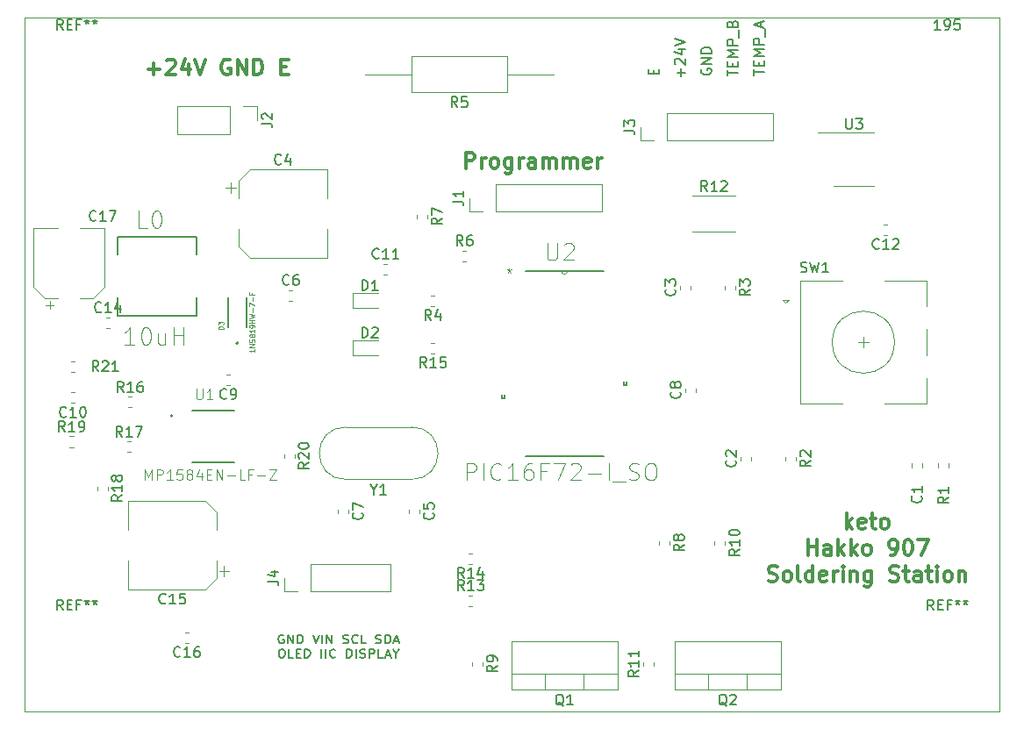
<source format=gbr>
G04 #@! TF.GenerationSoftware,KiCad,Pcbnew,5.1.5*
G04 #@! TF.CreationDate,2019-12-15T00:46:23+02:00*
G04 #@! TF.ProjectId,hakko_907,68616b6b-6f5f-4393-9037-2e6b69636164,rev?*
G04 #@! TF.SameCoordinates,Original*
G04 #@! TF.FileFunction,Legend,Top*
G04 #@! TF.FilePolarity,Positive*
%FSLAX46Y46*%
G04 Gerber Fmt 4.6, Leading zero omitted, Abs format (unit mm)*
G04 Created by KiCad (PCBNEW 5.1.5) date 2019-12-15 00:46:23*
%MOMM*%
%LPD*%
G04 APERTURE LIST*
%ADD10C,0.100000*%
%ADD11C,0.300000*%
%ADD12C,0.200000*%
%ADD13C,0.175000*%
%ADD14C,0.120000*%
%ADD15C,0.152400*%
%ADD16C,0.127000*%
%ADD17C,0.150000*%
%ADD18C,0.050000*%
G04 APERTURE END LIST*
D10*
X111000000Y-118000000D02*
X111000000Y-51054000D01*
D11*
X153555714Y-65592571D02*
X153555714Y-64092571D01*
X154127142Y-64092571D01*
X154270000Y-64164000D01*
X154341428Y-64235428D01*
X154412857Y-64378285D01*
X154412857Y-64592571D01*
X154341428Y-64735428D01*
X154270000Y-64806857D01*
X154127142Y-64878285D01*
X153555714Y-64878285D01*
X155055714Y-65592571D02*
X155055714Y-64592571D01*
X155055714Y-64878285D02*
X155127142Y-64735428D01*
X155198571Y-64664000D01*
X155341428Y-64592571D01*
X155484285Y-64592571D01*
X156198571Y-65592571D02*
X156055714Y-65521142D01*
X155984285Y-65449714D01*
X155912857Y-65306857D01*
X155912857Y-64878285D01*
X155984285Y-64735428D01*
X156055714Y-64664000D01*
X156198571Y-64592571D01*
X156412857Y-64592571D01*
X156555714Y-64664000D01*
X156627142Y-64735428D01*
X156698571Y-64878285D01*
X156698571Y-65306857D01*
X156627142Y-65449714D01*
X156555714Y-65521142D01*
X156412857Y-65592571D01*
X156198571Y-65592571D01*
X157984285Y-64592571D02*
X157984285Y-65806857D01*
X157912857Y-65949714D01*
X157841428Y-66021142D01*
X157698571Y-66092571D01*
X157484285Y-66092571D01*
X157341428Y-66021142D01*
X157984285Y-65521142D02*
X157841428Y-65592571D01*
X157555714Y-65592571D01*
X157412857Y-65521142D01*
X157341428Y-65449714D01*
X157270000Y-65306857D01*
X157270000Y-64878285D01*
X157341428Y-64735428D01*
X157412857Y-64664000D01*
X157555714Y-64592571D01*
X157841428Y-64592571D01*
X157984285Y-64664000D01*
X158698571Y-65592571D02*
X158698571Y-64592571D01*
X158698571Y-64878285D02*
X158770000Y-64735428D01*
X158841428Y-64664000D01*
X158984285Y-64592571D01*
X159127142Y-64592571D01*
X160270000Y-65592571D02*
X160270000Y-64806857D01*
X160198571Y-64664000D01*
X160055714Y-64592571D01*
X159770000Y-64592571D01*
X159627142Y-64664000D01*
X160270000Y-65521142D02*
X160127142Y-65592571D01*
X159770000Y-65592571D01*
X159627142Y-65521142D01*
X159555714Y-65378285D01*
X159555714Y-65235428D01*
X159627142Y-65092571D01*
X159770000Y-65021142D01*
X160127142Y-65021142D01*
X160270000Y-64949714D01*
X160984285Y-65592571D02*
X160984285Y-64592571D01*
X160984285Y-64735428D02*
X161055714Y-64664000D01*
X161198571Y-64592571D01*
X161412857Y-64592571D01*
X161555714Y-64664000D01*
X161627142Y-64806857D01*
X161627142Y-65592571D01*
X161627142Y-64806857D02*
X161698571Y-64664000D01*
X161841428Y-64592571D01*
X162055714Y-64592571D01*
X162198571Y-64664000D01*
X162270000Y-64806857D01*
X162270000Y-65592571D01*
X162984285Y-65592571D02*
X162984285Y-64592571D01*
X162984285Y-64735428D02*
X163055714Y-64664000D01*
X163198571Y-64592571D01*
X163412857Y-64592571D01*
X163555714Y-64664000D01*
X163627142Y-64806857D01*
X163627142Y-65592571D01*
X163627142Y-64806857D02*
X163698571Y-64664000D01*
X163841428Y-64592571D01*
X164055714Y-64592571D01*
X164198571Y-64664000D01*
X164270000Y-64806857D01*
X164270000Y-65592571D01*
X165555714Y-65521142D02*
X165412857Y-65592571D01*
X165127142Y-65592571D01*
X164984285Y-65521142D01*
X164912857Y-65378285D01*
X164912857Y-64806857D01*
X164984285Y-64664000D01*
X165127142Y-64592571D01*
X165412857Y-64592571D01*
X165555714Y-64664000D01*
X165627142Y-64806857D01*
X165627142Y-64949714D01*
X164912857Y-65092571D01*
X166270000Y-65592571D02*
X166270000Y-64592571D01*
X166270000Y-64878285D02*
X166341428Y-64735428D01*
X166412857Y-64664000D01*
X166555714Y-64592571D01*
X166698571Y-64592571D01*
D10*
X111000000Y-51054000D02*
X205000000Y-51054000D01*
X205000000Y-118000000D02*
X111000000Y-118000000D01*
X205000000Y-51054000D02*
X205000000Y-118000000D01*
D12*
X178776380Y-56682476D02*
X178776380Y-56111047D01*
X179776380Y-56396761D02*
X178776380Y-56396761D01*
X179252571Y-55777714D02*
X179252571Y-55444380D01*
X179776380Y-55301523D02*
X179776380Y-55777714D01*
X178776380Y-55777714D01*
X178776380Y-55301523D01*
X179776380Y-54872952D02*
X178776380Y-54872952D01*
X179490666Y-54539619D01*
X178776380Y-54206285D01*
X179776380Y-54206285D01*
X179776380Y-53730095D02*
X178776380Y-53730095D01*
X178776380Y-53349142D01*
X178824000Y-53253904D01*
X178871619Y-53206285D01*
X178966857Y-53158666D01*
X179109714Y-53158666D01*
X179204952Y-53206285D01*
X179252571Y-53253904D01*
X179300190Y-53349142D01*
X179300190Y-53730095D01*
X179871619Y-52968190D02*
X179871619Y-52206285D01*
X179252571Y-51634857D02*
X179300190Y-51492000D01*
X179347809Y-51444380D01*
X179443047Y-51396761D01*
X179585904Y-51396761D01*
X179681142Y-51444380D01*
X179728761Y-51492000D01*
X179776380Y-51587238D01*
X179776380Y-51968190D01*
X178776380Y-51968190D01*
X178776380Y-51634857D01*
X178824000Y-51539619D01*
X178871619Y-51492000D01*
X178966857Y-51444380D01*
X179062095Y-51444380D01*
X179157333Y-51492000D01*
X179204952Y-51539619D01*
X179252571Y-51634857D01*
X179252571Y-51968190D01*
X181316380Y-56611047D02*
X181316380Y-56039619D01*
X182316380Y-56325333D02*
X181316380Y-56325333D01*
X181792571Y-55706285D02*
X181792571Y-55372952D01*
X182316380Y-55230095D02*
X182316380Y-55706285D01*
X181316380Y-55706285D01*
X181316380Y-55230095D01*
X182316380Y-54801523D02*
X181316380Y-54801523D01*
X182030666Y-54468190D01*
X181316380Y-54134857D01*
X182316380Y-54134857D01*
X182316380Y-53658666D02*
X181316380Y-53658666D01*
X181316380Y-53277714D01*
X181364000Y-53182476D01*
X181411619Y-53134857D01*
X181506857Y-53087238D01*
X181649714Y-53087238D01*
X181744952Y-53134857D01*
X181792571Y-53182476D01*
X181840190Y-53277714D01*
X181840190Y-53658666D01*
X182411619Y-52896761D02*
X182411619Y-52134857D01*
X182030666Y-51944380D02*
X182030666Y-51468190D01*
X182316380Y-52039619D02*
X181316380Y-51706285D01*
X182316380Y-51372952D01*
X176284000Y-56023904D02*
X176236380Y-56119142D01*
X176236380Y-56262000D01*
X176284000Y-56404857D01*
X176379238Y-56500095D01*
X176474476Y-56547714D01*
X176664952Y-56595333D01*
X176807809Y-56595333D01*
X176998285Y-56547714D01*
X177093523Y-56500095D01*
X177188761Y-56404857D01*
X177236380Y-56262000D01*
X177236380Y-56166761D01*
X177188761Y-56023904D01*
X177141142Y-55976285D01*
X176807809Y-55976285D01*
X176807809Y-56166761D01*
X177236380Y-55547714D02*
X176236380Y-55547714D01*
X177236380Y-54976285D01*
X176236380Y-54976285D01*
X177236380Y-54500095D02*
X176236380Y-54500095D01*
X176236380Y-54262000D01*
X176284000Y-54119142D01*
X176379238Y-54023904D01*
X176474476Y-53976285D01*
X176664952Y-53928666D01*
X176807809Y-53928666D01*
X176998285Y-53976285D01*
X177093523Y-54023904D01*
X177188761Y-54119142D01*
X177236380Y-54262000D01*
X177236380Y-54500095D01*
X174315428Y-56769904D02*
X174315428Y-56008000D01*
X174696380Y-56388952D02*
X173934476Y-56388952D01*
X173791619Y-55579428D02*
X173744000Y-55531809D01*
X173696380Y-55436571D01*
X173696380Y-55198476D01*
X173744000Y-55103238D01*
X173791619Y-55055619D01*
X173886857Y-55008000D01*
X173982095Y-55008000D01*
X174124952Y-55055619D01*
X174696380Y-55627047D01*
X174696380Y-55008000D01*
X174029714Y-54150857D02*
X174696380Y-54150857D01*
X173648761Y-54388952D02*
X174363047Y-54627047D01*
X174363047Y-54008000D01*
X173696380Y-53769904D02*
X174696380Y-53436571D01*
X173696380Y-53103238D01*
X171632571Y-56492285D02*
X171632571Y-56158952D01*
X172156380Y-56016095D02*
X172156380Y-56492285D01*
X171156380Y-56492285D01*
X171156380Y-56016095D01*
D11*
X122868740Y-56020162D02*
X124011597Y-56020162D01*
X123440168Y-56591591D02*
X123440168Y-55448734D01*
X124654454Y-55234448D02*
X124725882Y-55163020D01*
X124868740Y-55091591D01*
X125225882Y-55091591D01*
X125368740Y-55163020D01*
X125440168Y-55234448D01*
X125511597Y-55377305D01*
X125511597Y-55520162D01*
X125440168Y-55734448D01*
X124583025Y-56591591D01*
X125511597Y-56591591D01*
X126797311Y-55591591D02*
X126797311Y-56591591D01*
X126440168Y-55020162D02*
X126083025Y-56091591D01*
X127011597Y-56091591D01*
X127368740Y-55091591D02*
X127868740Y-56591591D01*
X128368740Y-55091591D01*
X130797311Y-55163020D02*
X130654454Y-55091591D01*
X130440168Y-55091591D01*
X130225882Y-55163020D01*
X130083025Y-55305877D01*
X130011597Y-55448734D01*
X129940168Y-55734448D01*
X129940168Y-55948734D01*
X130011597Y-56234448D01*
X130083025Y-56377305D01*
X130225882Y-56520162D01*
X130440168Y-56591591D01*
X130583025Y-56591591D01*
X130797311Y-56520162D01*
X130868740Y-56448734D01*
X130868740Y-55948734D01*
X130583025Y-55948734D01*
X131511597Y-56591591D02*
X131511597Y-55091591D01*
X132368740Y-56591591D01*
X132368740Y-55091591D01*
X133083025Y-56591591D02*
X133083025Y-55091591D01*
X133440168Y-55091591D01*
X133654454Y-55163020D01*
X133797311Y-55305877D01*
X133868740Y-55448734D01*
X133940168Y-55734448D01*
X133940168Y-55948734D01*
X133868740Y-56234448D01*
X133797311Y-56377305D01*
X133654454Y-56520162D01*
X133440168Y-56591591D01*
X133083025Y-56591591D01*
X135725882Y-55805877D02*
X136225882Y-55805877D01*
X136440168Y-56591591D02*
X135725882Y-56591591D01*
X135725882Y-55091591D01*
X136440168Y-55091591D01*
D13*
X135955142Y-110690280D02*
X135869428Y-110652184D01*
X135740857Y-110652184D01*
X135612285Y-110690280D01*
X135526571Y-110766470D01*
X135483714Y-110842660D01*
X135440857Y-110995041D01*
X135440857Y-111109327D01*
X135483714Y-111261708D01*
X135526571Y-111337899D01*
X135612285Y-111414089D01*
X135740857Y-111452184D01*
X135826571Y-111452184D01*
X135955142Y-111414089D01*
X135998000Y-111375994D01*
X135998000Y-111109327D01*
X135826571Y-111109327D01*
X136383714Y-111452184D02*
X136383714Y-110652184D01*
X136898000Y-111452184D01*
X136898000Y-110652184D01*
X137326571Y-111452184D02*
X137326571Y-110652184D01*
X137540857Y-110652184D01*
X137669428Y-110690280D01*
X137755142Y-110766470D01*
X137798000Y-110842660D01*
X137840857Y-110995041D01*
X137840857Y-111109327D01*
X137798000Y-111261708D01*
X137755142Y-111337899D01*
X137669428Y-111414089D01*
X137540857Y-111452184D01*
X137326571Y-111452184D01*
X138783714Y-110652184D02*
X139083714Y-111452184D01*
X139383714Y-110652184D01*
X139683714Y-111452184D02*
X139683714Y-110652184D01*
X140112285Y-111452184D02*
X140112285Y-110652184D01*
X140626571Y-111452184D01*
X140626571Y-110652184D01*
X141698000Y-111414089D02*
X141826571Y-111452184D01*
X142040857Y-111452184D01*
X142126571Y-111414089D01*
X142169428Y-111375994D01*
X142212285Y-111299803D01*
X142212285Y-111223613D01*
X142169428Y-111147422D01*
X142126571Y-111109327D01*
X142040857Y-111071232D01*
X141869428Y-111033137D01*
X141783714Y-110995041D01*
X141740857Y-110956946D01*
X141698000Y-110880756D01*
X141698000Y-110804565D01*
X141740857Y-110728375D01*
X141783714Y-110690280D01*
X141869428Y-110652184D01*
X142083714Y-110652184D01*
X142212285Y-110690280D01*
X143112285Y-111375994D02*
X143069428Y-111414089D01*
X142940857Y-111452184D01*
X142855142Y-111452184D01*
X142726571Y-111414089D01*
X142640857Y-111337899D01*
X142598000Y-111261708D01*
X142555142Y-111109327D01*
X142555142Y-110995041D01*
X142598000Y-110842660D01*
X142640857Y-110766470D01*
X142726571Y-110690280D01*
X142855142Y-110652184D01*
X142940857Y-110652184D01*
X143069428Y-110690280D01*
X143112285Y-110728375D01*
X143926571Y-111452184D02*
X143498000Y-111452184D01*
X143498000Y-110652184D01*
X144869428Y-111414089D02*
X144998000Y-111452184D01*
X145212285Y-111452184D01*
X145298000Y-111414089D01*
X145340857Y-111375994D01*
X145383714Y-111299803D01*
X145383714Y-111223613D01*
X145340857Y-111147422D01*
X145298000Y-111109327D01*
X145212285Y-111071232D01*
X145040857Y-111033137D01*
X144955142Y-110995041D01*
X144912285Y-110956946D01*
X144869428Y-110880756D01*
X144869428Y-110804565D01*
X144912285Y-110728375D01*
X144955142Y-110690280D01*
X145040857Y-110652184D01*
X145255142Y-110652184D01*
X145383714Y-110690280D01*
X145769428Y-111452184D02*
X145769428Y-110652184D01*
X145983714Y-110652184D01*
X146112285Y-110690280D01*
X146198000Y-110766470D01*
X146240857Y-110842660D01*
X146283714Y-110995041D01*
X146283714Y-111109327D01*
X146240857Y-111261708D01*
X146198000Y-111337899D01*
X146112285Y-111414089D01*
X145983714Y-111452184D01*
X145769428Y-111452184D01*
X146626571Y-111223613D02*
X147055142Y-111223613D01*
X146540857Y-111452184D02*
X146840857Y-110652184D01*
X147140857Y-111452184D01*
X135698000Y-112027184D02*
X135869428Y-112027184D01*
X135955142Y-112065280D01*
X136040857Y-112141470D01*
X136083714Y-112293851D01*
X136083714Y-112560518D01*
X136040857Y-112712899D01*
X135955142Y-112789089D01*
X135869428Y-112827184D01*
X135698000Y-112827184D01*
X135612285Y-112789089D01*
X135526571Y-112712899D01*
X135483714Y-112560518D01*
X135483714Y-112293851D01*
X135526571Y-112141470D01*
X135612285Y-112065280D01*
X135698000Y-112027184D01*
X136898000Y-112827184D02*
X136469428Y-112827184D01*
X136469428Y-112027184D01*
X137198000Y-112408137D02*
X137498000Y-112408137D01*
X137626571Y-112827184D02*
X137198000Y-112827184D01*
X137198000Y-112027184D01*
X137626571Y-112027184D01*
X138012285Y-112827184D02*
X138012285Y-112027184D01*
X138226571Y-112027184D01*
X138355142Y-112065280D01*
X138440857Y-112141470D01*
X138483714Y-112217660D01*
X138526571Y-112370041D01*
X138526571Y-112484327D01*
X138483714Y-112636708D01*
X138440857Y-112712899D01*
X138355142Y-112789089D01*
X138226571Y-112827184D01*
X138012285Y-112827184D01*
X139598000Y-112827184D02*
X139598000Y-112027184D01*
X140026571Y-112827184D02*
X140026571Y-112027184D01*
X140969428Y-112750994D02*
X140926571Y-112789089D01*
X140798000Y-112827184D01*
X140712285Y-112827184D01*
X140583714Y-112789089D01*
X140498000Y-112712899D01*
X140455142Y-112636708D01*
X140412285Y-112484327D01*
X140412285Y-112370041D01*
X140455142Y-112217660D01*
X140498000Y-112141470D01*
X140583714Y-112065280D01*
X140712285Y-112027184D01*
X140798000Y-112027184D01*
X140926571Y-112065280D01*
X140969428Y-112103375D01*
X142040857Y-112827184D02*
X142040857Y-112027184D01*
X142255142Y-112027184D01*
X142383714Y-112065280D01*
X142469428Y-112141470D01*
X142512285Y-112217660D01*
X142555142Y-112370041D01*
X142555142Y-112484327D01*
X142512285Y-112636708D01*
X142469428Y-112712899D01*
X142383714Y-112789089D01*
X142255142Y-112827184D01*
X142040857Y-112827184D01*
X142940857Y-112827184D02*
X142940857Y-112027184D01*
X143326571Y-112789089D02*
X143455142Y-112827184D01*
X143669428Y-112827184D01*
X143755142Y-112789089D01*
X143798000Y-112750994D01*
X143840857Y-112674803D01*
X143840857Y-112598613D01*
X143798000Y-112522422D01*
X143755142Y-112484327D01*
X143669428Y-112446232D01*
X143498000Y-112408137D01*
X143412285Y-112370041D01*
X143369428Y-112331946D01*
X143326571Y-112255756D01*
X143326571Y-112179565D01*
X143369428Y-112103375D01*
X143412285Y-112065280D01*
X143498000Y-112027184D01*
X143712285Y-112027184D01*
X143840857Y-112065280D01*
X144226571Y-112827184D02*
X144226571Y-112027184D01*
X144569428Y-112027184D01*
X144655142Y-112065280D01*
X144698000Y-112103375D01*
X144740857Y-112179565D01*
X144740857Y-112293851D01*
X144698000Y-112370041D01*
X144655142Y-112408137D01*
X144569428Y-112446232D01*
X144226571Y-112446232D01*
X145555142Y-112827184D02*
X145126571Y-112827184D01*
X145126571Y-112027184D01*
X145812285Y-112598613D02*
X146240857Y-112598613D01*
X145726571Y-112827184D02*
X146026571Y-112027184D01*
X146326571Y-112827184D01*
X146798000Y-112446232D02*
X146798000Y-112827184D01*
X146498000Y-112027184D02*
X146798000Y-112446232D01*
X147098000Y-112027184D01*
D11*
X190278000Y-100380571D02*
X190278000Y-98880571D01*
X190420857Y-99809142D02*
X190849428Y-100380571D01*
X190849428Y-99380571D02*
X190278000Y-99952000D01*
X192063714Y-100309142D02*
X191920857Y-100380571D01*
X191635142Y-100380571D01*
X191492285Y-100309142D01*
X191420857Y-100166285D01*
X191420857Y-99594857D01*
X191492285Y-99452000D01*
X191635142Y-99380571D01*
X191920857Y-99380571D01*
X192063714Y-99452000D01*
X192135142Y-99594857D01*
X192135142Y-99737714D01*
X191420857Y-99880571D01*
X192563714Y-99380571D02*
X193135142Y-99380571D01*
X192778000Y-98880571D02*
X192778000Y-100166285D01*
X192849428Y-100309142D01*
X192992285Y-100380571D01*
X193135142Y-100380571D01*
X193849428Y-100380571D02*
X193706571Y-100309142D01*
X193635142Y-100237714D01*
X193563714Y-100094857D01*
X193563714Y-99666285D01*
X193635142Y-99523428D01*
X193706571Y-99452000D01*
X193849428Y-99380571D01*
X194063714Y-99380571D01*
X194206571Y-99452000D01*
X194278000Y-99523428D01*
X194349428Y-99666285D01*
X194349428Y-100094857D01*
X194278000Y-100237714D01*
X194206571Y-100309142D01*
X194063714Y-100380571D01*
X193849428Y-100380571D01*
X186563714Y-102930571D02*
X186563714Y-101430571D01*
X186563714Y-102144857D02*
X187420857Y-102144857D01*
X187420857Y-102930571D02*
X187420857Y-101430571D01*
X188778000Y-102930571D02*
X188778000Y-102144857D01*
X188706571Y-102002000D01*
X188563714Y-101930571D01*
X188278000Y-101930571D01*
X188135142Y-102002000D01*
X188778000Y-102859142D02*
X188635142Y-102930571D01*
X188278000Y-102930571D01*
X188135142Y-102859142D01*
X188063714Y-102716285D01*
X188063714Y-102573428D01*
X188135142Y-102430571D01*
X188278000Y-102359142D01*
X188635142Y-102359142D01*
X188778000Y-102287714D01*
X189492285Y-102930571D02*
X189492285Y-101430571D01*
X189635142Y-102359142D02*
X190063714Y-102930571D01*
X190063714Y-101930571D02*
X189492285Y-102502000D01*
X190706571Y-102930571D02*
X190706571Y-101430571D01*
X190849428Y-102359142D02*
X191278000Y-102930571D01*
X191278000Y-101930571D02*
X190706571Y-102502000D01*
X192135142Y-102930571D02*
X191992285Y-102859142D01*
X191920857Y-102787714D01*
X191849428Y-102644857D01*
X191849428Y-102216285D01*
X191920857Y-102073428D01*
X191992285Y-102002000D01*
X192135142Y-101930571D01*
X192349428Y-101930571D01*
X192492285Y-102002000D01*
X192563714Y-102073428D01*
X192635142Y-102216285D01*
X192635142Y-102644857D01*
X192563714Y-102787714D01*
X192492285Y-102859142D01*
X192349428Y-102930571D01*
X192135142Y-102930571D01*
X194492285Y-102930571D02*
X194778000Y-102930571D01*
X194920857Y-102859142D01*
X194992285Y-102787714D01*
X195135142Y-102573428D01*
X195206571Y-102287714D01*
X195206571Y-101716285D01*
X195135142Y-101573428D01*
X195063714Y-101502000D01*
X194920857Y-101430571D01*
X194635142Y-101430571D01*
X194492285Y-101502000D01*
X194420857Y-101573428D01*
X194349428Y-101716285D01*
X194349428Y-102073428D01*
X194420857Y-102216285D01*
X194492285Y-102287714D01*
X194635142Y-102359142D01*
X194920857Y-102359142D01*
X195063714Y-102287714D01*
X195135142Y-102216285D01*
X195206571Y-102073428D01*
X196135142Y-101430571D02*
X196278000Y-101430571D01*
X196420857Y-101502000D01*
X196492285Y-101573428D01*
X196563714Y-101716285D01*
X196635142Y-102002000D01*
X196635142Y-102359142D01*
X196563714Y-102644857D01*
X196492285Y-102787714D01*
X196420857Y-102859142D01*
X196278000Y-102930571D01*
X196135142Y-102930571D01*
X195992285Y-102859142D01*
X195920857Y-102787714D01*
X195849428Y-102644857D01*
X195778000Y-102359142D01*
X195778000Y-102002000D01*
X195849428Y-101716285D01*
X195920857Y-101573428D01*
X195992285Y-101502000D01*
X196135142Y-101430571D01*
X197135142Y-101430571D02*
X198135142Y-101430571D01*
X197492285Y-102930571D01*
X182742285Y-105409142D02*
X182956571Y-105480571D01*
X183313714Y-105480571D01*
X183456571Y-105409142D01*
X183528000Y-105337714D01*
X183599428Y-105194857D01*
X183599428Y-105052000D01*
X183528000Y-104909142D01*
X183456571Y-104837714D01*
X183313714Y-104766285D01*
X183028000Y-104694857D01*
X182885142Y-104623428D01*
X182813714Y-104552000D01*
X182742285Y-104409142D01*
X182742285Y-104266285D01*
X182813714Y-104123428D01*
X182885142Y-104052000D01*
X183028000Y-103980571D01*
X183385142Y-103980571D01*
X183599428Y-104052000D01*
X184456571Y-105480571D02*
X184313714Y-105409142D01*
X184242285Y-105337714D01*
X184170857Y-105194857D01*
X184170857Y-104766285D01*
X184242285Y-104623428D01*
X184313714Y-104552000D01*
X184456571Y-104480571D01*
X184670857Y-104480571D01*
X184813714Y-104552000D01*
X184885142Y-104623428D01*
X184956571Y-104766285D01*
X184956571Y-105194857D01*
X184885142Y-105337714D01*
X184813714Y-105409142D01*
X184670857Y-105480571D01*
X184456571Y-105480571D01*
X185813714Y-105480571D02*
X185670857Y-105409142D01*
X185599428Y-105266285D01*
X185599428Y-103980571D01*
X187028000Y-105480571D02*
X187028000Y-103980571D01*
X187028000Y-105409142D02*
X186885142Y-105480571D01*
X186599428Y-105480571D01*
X186456571Y-105409142D01*
X186385142Y-105337714D01*
X186313714Y-105194857D01*
X186313714Y-104766285D01*
X186385142Y-104623428D01*
X186456571Y-104552000D01*
X186599428Y-104480571D01*
X186885142Y-104480571D01*
X187028000Y-104552000D01*
X188313714Y-105409142D02*
X188170857Y-105480571D01*
X187885142Y-105480571D01*
X187742285Y-105409142D01*
X187670857Y-105266285D01*
X187670857Y-104694857D01*
X187742285Y-104552000D01*
X187885142Y-104480571D01*
X188170857Y-104480571D01*
X188313714Y-104552000D01*
X188385142Y-104694857D01*
X188385142Y-104837714D01*
X187670857Y-104980571D01*
X189028000Y-105480571D02*
X189028000Y-104480571D01*
X189028000Y-104766285D02*
X189099428Y-104623428D01*
X189170857Y-104552000D01*
X189313714Y-104480571D01*
X189456571Y-104480571D01*
X189956571Y-105480571D02*
X189956571Y-104480571D01*
X189956571Y-103980571D02*
X189885142Y-104052000D01*
X189956571Y-104123428D01*
X190028000Y-104052000D01*
X189956571Y-103980571D01*
X189956571Y-104123428D01*
X190670857Y-104480571D02*
X190670857Y-105480571D01*
X190670857Y-104623428D02*
X190742285Y-104552000D01*
X190885142Y-104480571D01*
X191099428Y-104480571D01*
X191242285Y-104552000D01*
X191313714Y-104694857D01*
X191313714Y-105480571D01*
X192670857Y-104480571D02*
X192670857Y-105694857D01*
X192599428Y-105837714D01*
X192528000Y-105909142D01*
X192385142Y-105980571D01*
X192170857Y-105980571D01*
X192028000Y-105909142D01*
X192670857Y-105409142D02*
X192528000Y-105480571D01*
X192242285Y-105480571D01*
X192099428Y-105409142D01*
X192028000Y-105337714D01*
X191956571Y-105194857D01*
X191956571Y-104766285D01*
X192028000Y-104623428D01*
X192099428Y-104552000D01*
X192242285Y-104480571D01*
X192528000Y-104480571D01*
X192670857Y-104552000D01*
X194456571Y-105409142D02*
X194670857Y-105480571D01*
X195028000Y-105480571D01*
X195170857Y-105409142D01*
X195242285Y-105337714D01*
X195313714Y-105194857D01*
X195313714Y-105052000D01*
X195242285Y-104909142D01*
X195170857Y-104837714D01*
X195028000Y-104766285D01*
X194742285Y-104694857D01*
X194599428Y-104623428D01*
X194528000Y-104552000D01*
X194456571Y-104409142D01*
X194456571Y-104266285D01*
X194528000Y-104123428D01*
X194599428Y-104052000D01*
X194742285Y-103980571D01*
X195099428Y-103980571D01*
X195313714Y-104052000D01*
X195742285Y-104480571D02*
X196313714Y-104480571D01*
X195956571Y-103980571D02*
X195956571Y-105266285D01*
X196028000Y-105409142D01*
X196170857Y-105480571D01*
X196313714Y-105480571D01*
X197456571Y-105480571D02*
X197456571Y-104694857D01*
X197385142Y-104552000D01*
X197242285Y-104480571D01*
X196956571Y-104480571D01*
X196813714Y-104552000D01*
X197456571Y-105409142D02*
X197313714Y-105480571D01*
X196956571Y-105480571D01*
X196813714Y-105409142D01*
X196742285Y-105266285D01*
X196742285Y-105123428D01*
X196813714Y-104980571D01*
X196956571Y-104909142D01*
X197313714Y-104909142D01*
X197456571Y-104837714D01*
X197956571Y-104480571D02*
X198528000Y-104480571D01*
X198170857Y-103980571D02*
X198170857Y-105266285D01*
X198242285Y-105409142D01*
X198385142Y-105480571D01*
X198528000Y-105480571D01*
X199028000Y-105480571D02*
X199028000Y-104480571D01*
X199028000Y-103980571D02*
X198956571Y-104052000D01*
X199028000Y-104123428D01*
X199099428Y-104052000D01*
X199028000Y-103980571D01*
X199028000Y-104123428D01*
X199956571Y-105480571D02*
X199813714Y-105409142D01*
X199742285Y-105337714D01*
X199670857Y-105194857D01*
X199670857Y-104766285D01*
X199742285Y-104623428D01*
X199813714Y-104552000D01*
X199956571Y-104480571D01*
X200170857Y-104480571D01*
X200313714Y-104552000D01*
X200385142Y-104623428D01*
X200456571Y-104766285D01*
X200456571Y-105194857D01*
X200385142Y-105337714D01*
X200313714Y-105409142D01*
X200170857Y-105480571D01*
X199956571Y-105480571D01*
X201099428Y-104480571D02*
X201099428Y-105480571D01*
X201099428Y-104623428D02*
X201170857Y-104552000D01*
X201313714Y-104480571D01*
X201528000Y-104480571D01*
X201670857Y-104552000D01*
X201742285Y-104694857D01*
X201742285Y-105480571D01*
D14*
X190998000Y-62190000D02*
X187548000Y-62190000D01*
X190998000Y-62190000D02*
X192948000Y-62190000D01*
X190998000Y-67310000D02*
X189048000Y-67310000D01*
X190998000Y-67310000D02*
X192948000Y-67310000D01*
X175433436Y-71710000D02*
X179537564Y-71710000D01*
X175433436Y-68290000D02*
X179537564Y-68290000D01*
X113006750Y-78793750D02*
X113794250Y-78793750D01*
X113400500Y-79187500D02*
X113400500Y-78400000D01*
X117593563Y-78160000D02*
X118658000Y-77095563D01*
X112902437Y-78160000D02*
X111838000Y-77095563D01*
X112902437Y-78160000D02*
X114188000Y-78160000D01*
X117593563Y-78160000D02*
X116308000Y-78160000D01*
X118658000Y-77095563D02*
X118658000Y-71340000D01*
X111838000Y-77095563D02*
X111838000Y-71340000D01*
X111838000Y-71340000D02*
X114188000Y-71340000D01*
X118658000Y-71340000D02*
X116308000Y-71340000D01*
X120870733Y-93006000D02*
X121213267Y-93006000D01*
X120870733Y-91986000D02*
X121213267Y-91986000D01*
X141934000Y-90583000D02*
G75*
G03X141934000Y-95633000I0J-2525000D01*
G01*
X148334000Y-90583000D02*
G75*
G02X148334000Y-95633000I0J-2525000D01*
G01*
X148334000Y-90583000D02*
X141934000Y-90583000D01*
X148334000Y-95633000D02*
X141934000Y-95633000D01*
D15*
X168833800Y-86554800D02*
X168833800Y-86199200D01*
X169087800Y-86554800D02*
X168833800Y-86554800D01*
X169087800Y-86199200D02*
X169087800Y-86554800D01*
X157302200Y-87824800D02*
X157302200Y-87469200D01*
X157048200Y-87824800D02*
X157302200Y-87824800D01*
X157048200Y-87469200D02*
X157048200Y-87824800D01*
D10*
X163372800Y-75531200D02*
G75*
G02X162763200Y-75531200I-304800J0D01*
G01*
D15*
X162763200Y-75531200D02*
X159308800Y-75531200D01*
X163372800Y-75531200D02*
X162763200Y-75531200D01*
X166827200Y-75531200D02*
X163372800Y-75531200D01*
X159308800Y-93412800D02*
X166827200Y-93412800D01*
D16*
X127170000Y-93980000D02*
X131170000Y-93980000D01*
X131170000Y-88980000D02*
X127170000Y-88980000D01*
D12*
X125230000Y-89500000D02*
G75*
G03X125230000Y-89500000I-100000J0D01*
G01*
D14*
X194904000Y-82400000D02*
G75*
G03X194904000Y-82400000I-3000000J0D01*
G01*
X193904000Y-76500000D02*
X198004000Y-76500000D01*
X198004000Y-88300000D02*
X193904000Y-88300000D01*
X189904000Y-88300000D02*
X185804000Y-88300000D01*
X189904000Y-76500000D02*
X185804000Y-76500000D01*
X185804000Y-76500000D02*
X185804000Y-88300000D01*
X184404000Y-78600000D02*
X184104000Y-78300000D01*
X184104000Y-78300000D02*
X184704000Y-78300000D01*
X184704000Y-78300000D02*
X184404000Y-78600000D01*
X198004000Y-76500000D02*
X198004000Y-78900000D01*
X198004000Y-81100000D02*
X198004000Y-83700000D01*
X198004000Y-85900000D02*
X198004000Y-88300000D01*
X191904000Y-81900000D02*
X191904000Y-82900000D01*
X191404000Y-82400000D02*
X192404000Y-82400000D01*
X115794267Y-84240000D02*
X115451733Y-84240000D01*
X115794267Y-85260000D02*
X115451733Y-85260000D01*
X135988000Y-93203733D02*
X135988000Y-93546267D01*
X137008000Y-93203733D02*
X137008000Y-93546267D01*
X115326733Y-92510000D02*
X115669267Y-92510000D01*
X115326733Y-91490000D02*
X115669267Y-91490000D01*
X117988000Y-96328733D02*
X117988000Y-96671267D01*
X119008000Y-96328733D02*
X119008000Y-96671267D01*
X120983733Y-88688000D02*
X121326267Y-88688000D01*
X120983733Y-87668000D02*
X121326267Y-87668000D01*
X150539267Y-82438000D02*
X150196733Y-82438000D01*
X150539267Y-83458000D02*
X150196733Y-83458000D01*
X154171267Y-102758000D02*
X153828733Y-102758000D01*
X154171267Y-103778000D02*
X153828733Y-103778000D01*
X153828733Y-107842000D02*
X154171267Y-107842000D01*
X153828733Y-106822000D02*
X154171267Y-106822000D01*
X171706000Y-113599267D02*
X171706000Y-113256733D01*
X170686000Y-113599267D02*
X170686000Y-113256733D01*
X177544000Y-101572733D02*
X177544000Y-101915267D01*
X178564000Y-101572733D02*
X178564000Y-101915267D01*
X154176000Y-113256733D02*
X154176000Y-113599267D01*
X155196000Y-113256733D02*
X155196000Y-113599267D01*
X172210000Y-101572733D02*
X172210000Y-101915267D01*
X173230000Y-101572733D02*
X173230000Y-101915267D01*
X148842000Y-70076733D02*
X148842000Y-70419267D01*
X149862000Y-70076733D02*
X149862000Y-70419267D01*
X153244733Y-74568000D02*
X153587267Y-74568000D01*
X153244733Y-73548000D02*
X153587267Y-73548000D01*
X143788000Y-56532000D02*
X148288000Y-56532000D01*
X162028000Y-56532000D02*
X157528000Y-56532000D01*
X148288000Y-58252000D02*
X157528000Y-58252000D01*
X148288000Y-54812000D02*
X148288000Y-58252000D01*
X157528000Y-54812000D02*
X148288000Y-54812000D01*
X157528000Y-58252000D02*
X157528000Y-54812000D01*
X150539267Y-77866000D02*
X150196733Y-77866000D01*
X150539267Y-78886000D02*
X150196733Y-78886000D01*
X178560000Y-76934733D02*
X178560000Y-77277267D01*
X179580000Y-76934733D02*
X179580000Y-77277267D01*
X184402000Y-93444733D02*
X184402000Y-93787267D01*
X185422000Y-93444733D02*
X185422000Y-93787267D01*
X200154000Y-94455267D02*
X200154000Y-94112733D01*
X199134000Y-94455267D02*
X199134000Y-94112733D01*
X176965000Y-115936000D02*
X176965000Y-114426000D01*
X180666000Y-115936000D02*
X180666000Y-114426000D01*
X183936000Y-114426000D02*
X173696000Y-114426000D01*
X173696000Y-115936000D02*
X173696000Y-111295000D01*
X183936000Y-115936000D02*
X183936000Y-111295000D01*
X183936000Y-111295000D02*
X173696000Y-111295000D01*
X183936000Y-115936000D02*
X173696000Y-115936000D01*
X161217000Y-115936000D02*
X161217000Y-114426000D01*
X164918000Y-115936000D02*
X164918000Y-114426000D01*
X168188000Y-114426000D02*
X157948000Y-114426000D01*
X157948000Y-115936000D02*
X157948000Y-111295000D01*
X168188000Y-115936000D02*
X168188000Y-111295000D01*
X168188000Y-111295000D02*
X157948000Y-111295000D01*
X168188000Y-115936000D02*
X157948000Y-115936000D01*
D15*
X119938000Y-72190000D02*
X119938000Y-73917200D01*
X127558000Y-72190000D02*
X119938000Y-72190000D01*
X127558000Y-79810000D02*
X127558000Y-78082800D01*
X119938000Y-79810000D02*
X127558000Y-79810000D01*
X119938000Y-78082800D02*
X119938000Y-79810000D01*
X127558000Y-73917200D02*
X127558000Y-72190000D01*
D14*
X170374000Y-62942000D02*
X170374000Y-61612000D01*
X171704000Y-62942000D02*
X170374000Y-62942000D01*
X172974000Y-62942000D02*
X172974000Y-60282000D01*
X172974000Y-60282000D02*
X183194000Y-60282000D01*
X172974000Y-62942000D02*
X183194000Y-62942000D01*
X183194000Y-62942000D02*
X183194000Y-60282000D01*
X153864000Y-69800000D02*
X153864000Y-68470000D01*
X155194000Y-69800000D02*
X153864000Y-69800000D01*
X156464000Y-69800000D02*
X156464000Y-67140000D01*
X156464000Y-67140000D02*
X166684000Y-67140000D01*
X156464000Y-69800000D02*
X166684000Y-69800000D01*
X166684000Y-69800000D02*
X166684000Y-67140000D01*
D12*
X131598000Y-82500000D02*
G75*
G03X131598000Y-82500000I-100000J0D01*
G01*
D16*
X130648000Y-80925000D02*
X130648000Y-78075000D01*
X132348000Y-78075000D02*
X132348000Y-80925000D01*
D14*
X142612000Y-83683000D02*
X145072000Y-83683000D01*
X142612000Y-82213000D02*
X142612000Y-83683000D01*
X145072000Y-82213000D02*
X142612000Y-82213000D01*
X142612000Y-79111000D02*
X145072000Y-79111000D01*
X142612000Y-77641000D02*
X142612000Y-79111000D01*
X145072000Y-77641000D02*
X142612000Y-77641000D01*
X126804267Y-110378000D02*
X126461733Y-110378000D01*
X126804267Y-111398000D02*
X126461733Y-111398000D01*
X130222000Y-105008000D02*
X130222000Y-104008000D01*
X130722000Y-104508000D02*
X129722000Y-104508000D01*
X129482000Y-98802437D02*
X128417563Y-97738000D01*
X129482000Y-105193563D02*
X128417563Y-106258000D01*
X129482000Y-105193563D02*
X129482000Y-103508000D01*
X129482000Y-98802437D02*
X129482000Y-100488000D01*
X128417563Y-97738000D02*
X120962000Y-97738000D01*
X128417563Y-106258000D02*
X120962000Y-106258000D01*
X120962000Y-106258000D02*
X120962000Y-103508000D01*
X120962000Y-97738000D02*
X120962000Y-100488000D01*
X118826733Y-81010000D02*
X119169267Y-81010000D01*
X118826733Y-79990000D02*
X119169267Y-79990000D01*
X194227267Y-71008000D02*
X193884733Y-71008000D01*
X194227267Y-72028000D02*
X193884733Y-72028000D01*
X145624733Y-75838000D02*
X145967267Y-75838000D01*
X145624733Y-74818000D02*
X145967267Y-74818000D01*
X115794267Y-87240000D02*
X115451733Y-87240000D01*
X115794267Y-88260000D02*
X115451733Y-88260000D01*
X130794267Y-85490000D02*
X130451733Y-85490000D01*
X130794267Y-86510000D02*
X130451733Y-86510000D01*
X175770000Y-87183267D02*
X175770000Y-86840733D01*
X174750000Y-87183267D02*
X174750000Y-86840733D01*
X141222000Y-98524733D02*
X141222000Y-98867267D01*
X142242000Y-98524733D02*
X142242000Y-98867267D01*
X136480733Y-78378000D02*
X136823267Y-78378000D01*
X136480733Y-77358000D02*
X136823267Y-77358000D01*
X148080000Y-98524733D02*
X148080000Y-98867267D01*
X149100000Y-98524733D02*
X149100000Y-98867267D01*
X130890000Y-66984000D02*
X130890000Y-67984000D01*
X130390000Y-67484000D02*
X131390000Y-67484000D01*
X131630000Y-73189563D02*
X132694437Y-74254000D01*
X131630000Y-66798437D02*
X132694437Y-65734000D01*
X131630000Y-66798437D02*
X131630000Y-68484000D01*
X131630000Y-73189563D02*
X131630000Y-71504000D01*
X132694437Y-74254000D02*
X140150000Y-74254000D01*
X132694437Y-65734000D02*
X140150000Y-65734000D01*
X140150000Y-65734000D02*
X140150000Y-68484000D01*
X140150000Y-74254000D02*
X140150000Y-71504000D01*
X175262000Y-77277267D02*
X175262000Y-76934733D01*
X174242000Y-77277267D02*
X174242000Y-76934733D01*
X181104000Y-93787267D02*
X181104000Y-93444733D01*
X180084000Y-93787267D02*
X180084000Y-93444733D01*
X196594000Y-94112733D02*
X196594000Y-94455267D01*
X197614000Y-94112733D02*
X197614000Y-94455267D01*
X136002720Y-106460600D02*
X136002720Y-105130600D01*
X137332720Y-106460600D02*
X136002720Y-106460600D01*
X138602720Y-106460600D02*
X138602720Y-103800600D01*
X138602720Y-103800600D02*
X146282720Y-103800600D01*
X138602720Y-106460600D02*
X146282720Y-106460600D01*
X146282720Y-106460600D02*
X146282720Y-103800600D01*
X125670000Y-59630000D02*
X125670000Y-62290000D01*
X130810000Y-59630000D02*
X125670000Y-59630000D01*
X130810000Y-62290000D02*
X125670000Y-62290000D01*
X130810000Y-59630000D02*
X130810000Y-62290000D01*
X132080000Y-59630000D02*
X133410000Y-59630000D01*
X133410000Y-59630000D02*
X133410000Y-60960000D01*
D17*
X190236095Y-60802380D02*
X190236095Y-61611904D01*
X190283714Y-61707142D01*
X190331333Y-61754761D01*
X190426571Y-61802380D01*
X190617047Y-61802380D01*
X190712285Y-61754761D01*
X190759904Y-61707142D01*
X190807523Y-61611904D01*
X190807523Y-60802380D01*
X191188476Y-60802380D02*
X191807523Y-60802380D01*
X191474190Y-61183333D01*
X191617047Y-61183333D01*
X191712285Y-61230952D01*
X191759904Y-61278571D01*
X191807523Y-61373809D01*
X191807523Y-61611904D01*
X191759904Y-61707142D01*
X191712285Y-61754761D01*
X191617047Y-61802380D01*
X191331333Y-61802380D01*
X191236095Y-61754761D01*
X191188476Y-61707142D01*
X176842642Y-67832380D02*
X176509309Y-67356190D01*
X176271214Y-67832380D02*
X176271214Y-66832380D01*
X176652166Y-66832380D01*
X176747404Y-66880000D01*
X176795023Y-66927619D01*
X176842642Y-67022857D01*
X176842642Y-67165714D01*
X176795023Y-67260952D01*
X176747404Y-67308571D01*
X176652166Y-67356190D01*
X176271214Y-67356190D01*
X177795023Y-67832380D02*
X177223595Y-67832380D01*
X177509309Y-67832380D02*
X177509309Y-66832380D01*
X177414071Y-66975238D01*
X177318833Y-67070476D01*
X177223595Y-67118095D01*
X178175976Y-66927619D02*
X178223595Y-66880000D01*
X178318833Y-66832380D01*
X178556928Y-66832380D01*
X178652166Y-66880000D01*
X178699785Y-66927619D01*
X178747404Y-67022857D01*
X178747404Y-67118095D01*
X178699785Y-67260952D01*
X178128357Y-67832380D01*
X178747404Y-67832380D01*
X117855142Y-70607142D02*
X117807523Y-70654761D01*
X117664666Y-70702380D01*
X117569428Y-70702380D01*
X117426571Y-70654761D01*
X117331333Y-70559523D01*
X117283714Y-70464285D01*
X117236095Y-70273809D01*
X117236095Y-70130952D01*
X117283714Y-69940476D01*
X117331333Y-69845238D01*
X117426571Y-69750000D01*
X117569428Y-69702380D01*
X117664666Y-69702380D01*
X117807523Y-69750000D01*
X117855142Y-69797619D01*
X118807523Y-70702380D02*
X118236095Y-70702380D01*
X118521809Y-70702380D02*
X118521809Y-69702380D01*
X118426571Y-69845238D01*
X118331333Y-69940476D01*
X118236095Y-69988095D01*
X119140857Y-69702380D02*
X119807523Y-69702380D01*
X119378952Y-70702380D01*
X120399142Y-91518380D02*
X120065809Y-91042190D01*
X119827714Y-91518380D02*
X119827714Y-90518380D01*
X120208666Y-90518380D01*
X120303904Y-90566000D01*
X120351523Y-90613619D01*
X120399142Y-90708857D01*
X120399142Y-90851714D01*
X120351523Y-90946952D01*
X120303904Y-90994571D01*
X120208666Y-91042190D01*
X119827714Y-91042190D01*
X121351523Y-91518380D02*
X120780095Y-91518380D01*
X121065809Y-91518380D02*
X121065809Y-90518380D01*
X120970571Y-90661238D01*
X120875333Y-90756476D01*
X120780095Y-90804095D01*
X121684857Y-90518380D02*
X122351523Y-90518380D01*
X121922952Y-91518380D01*
X144657809Y-96609190D02*
X144657809Y-97085380D01*
X144324476Y-96085380D02*
X144657809Y-96609190D01*
X144991142Y-96085380D01*
X145848285Y-97085380D02*
X145276857Y-97085380D01*
X145562571Y-97085380D02*
X145562571Y-96085380D01*
X145467333Y-96228238D01*
X145372095Y-96323476D01*
X145276857Y-96371095D01*
D18*
X161386676Y-72829704D02*
X161386676Y-74157323D01*
X161464771Y-74313514D01*
X161542866Y-74391609D01*
X161699057Y-74469704D01*
X162011438Y-74469704D01*
X162167628Y-74391609D01*
X162245723Y-74313514D01*
X162323819Y-74157323D01*
X162323819Y-72829704D01*
X163026676Y-72985895D02*
X163104771Y-72907800D01*
X163260961Y-72829704D01*
X163651438Y-72829704D01*
X163807628Y-72907800D01*
X163885723Y-72985895D01*
X163963819Y-73142085D01*
X163963819Y-73298276D01*
X163885723Y-73532561D01*
X162948580Y-74469704D01*
X163963819Y-74469704D01*
X153600657Y-95704104D02*
X153600657Y-94064104D01*
X154225419Y-94064104D01*
X154381609Y-94142200D01*
X154459704Y-94220295D01*
X154537800Y-94376485D01*
X154537800Y-94610771D01*
X154459704Y-94766961D01*
X154381609Y-94845057D01*
X154225419Y-94923152D01*
X153600657Y-94923152D01*
X155240657Y-95704104D02*
X155240657Y-94064104D01*
X156958752Y-95547914D02*
X156880657Y-95626009D01*
X156646371Y-95704104D01*
X156490180Y-95704104D01*
X156255895Y-95626009D01*
X156099704Y-95469819D01*
X156021609Y-95313628D01*
X155943514Y-95001247D01*
X155943514Y-94766961D01*
X156021609Y-94454580D01*
X156099704Y-94298390D01*
X156255895Y-94142200D01*
X156490180Y-94064104D01*
X156646371Y-94064104D01*
X156880657Y-94142200D01*
X156958752Y-94220295D01*
X158520657Y-95704104D02*
X157583514Y-95704104D01*
X158052085Y-95704104D02*
X158052085Y-94064104D01*
X157895895Y-94298390D01*
X157739704Y-94454580D01*
X157583514Y-94532676D01*
X159926371Y-94064104D02*
X159613990Y-94064104D01*
X159457800Y-94142200D01*
X159379704Y-94220295D01*
X159223514Y-94454580D01*
X159145419Y-94766961D01*
X159145419Y-95391723D01*
X159223514Y-95547914D01*
X159301609Y-95626009D01*
X159457800Y-95704104D01*
X159770180Y-95704104D01*
X159926371Y-95626009D01*
X160004466Y-95547914D01*
X160082561Y-95391723D01*
X160082561Y-95001247D01*
X160004466Y-94845057D01*
X159926371Y-94766961D01*
X159770180Y-94688866D01*
X159457800Y-94688866D01*
X159301609Y-94766961D01*
X159223514Y-94845057D01*
X159145419Y-95001247D01*
X161332085Y-94845057D02*
X160785419Y-94845057D01*
X160785419Y-95704104D02*
X160785419Y-94064104D01*
X161566371Y-94064104D01*
X162034942Y-94064104D02*
X163128276Y-94064104D01*
X162425419Y-95704104D01*
X163674942Y-94220295D02*
X163753038Y-94142200D01*
X163909228Y-94064104D01*
X164299704Y-94064104D01*
X164455895Y-94142200D01*
X164533990Y-94220295D01*
X164612085Y-94376485D01*
X164612085Y-94532676D01*
X164533990Y-94766961D01*
X163596847Y-95704104D01*
X164612085Y-95704104D01*
X165314942Y-95079342D02*
X166564466Y-95079342D01*
X167345419Y-95704104D02*
X167345419Y-94064104D01*
X167735895Y-95860295D02*
X168985419Y-95860295D01*
X169297800Y-95626009D02*
X169532085Y-95704104D01*
X169922561Y-95704104D01*
X170078752Y-95626009D01*
X170156847Y-95547914D01*
X170234942Y-95391723D01*
X170234942Y-95235533D01*
X170156847Y-95079342D01*
X170078752Y-95001247D01*
X169922561Y-94923152D01*
X169610180Y-94845057D01*
X169453990Y-94766961D01*
X169375895Y-94688866D01*
X169297800Y-94532676D01*
X169297800Y-94376485D01*
X169375895Y-94220295D01*
X169453990Y-94142200D01*
X169610180Y-94064104D01*
X170000657Y-94064104D01*
X170234942Y-94142200D01*
X171250180Y-94064104D02*
X171562561Y-94064104D01*
X171718752Y-94142200D01*
X171874942Y-94298390D01*
X171953038Y-94610771D01*
X171953038Y-95157438D01*
X171874942Y-95469819D01*
X171718752Y-95626009D01*
X171562561Y-95704104D01*
X171250180Y-95704104D01*
X171093990Y-95626009D01*
X170937800Y-95469819D01*
X170859704Y-95157438D01*
X170859704Y-94610771D01*
X170937800Y-94298390D01*
X171093990Y-94142200D01*
X171250180Y-94064104D01*
X157734000Y-75237580D02*
X157734000Y-75475676D01*
X157495904Y-75380438D02*
X157734000Y-75475676D01*
X157972095Y-75380438D01*
X157591142Y-75666152D02*
X157734000Y-75475676D01*
X157876857Y-75666152D01*
X157734000Y-75237580D02*
X157734000Y-75475676D01*
X157495904Y-75380438D02*
X157734000Y-75475676D01*
X157972095Y-75380438D01*
X157591142Y-75666152D02*
X157734000Y-75475676D01*
X157876857Y-75666152D01*
X127544826Y-86917524D02*
X127544826Y-87728683D01*
X127592541Y-87824114D01*
X127640256Y-87871829D01*
X127735687Y-87919544D01*
X127926548Y-87919544D01*
X128021978Y-87871829D01*
X128069693Y-87824114D01*
X128117409Y-87728683D01*
X128117409Y-86917524D01*
X129119429Y-87919544D02*
X128546846Y-87919544D01*
X128833137Y-87919544D02*
X128833137Y-86917524D01*
X128737707Y-87060670D01*
X128642276Y-87156100D01*
X128546846Y-87203816D01*
X122593625Y-95681230D02*
X122593625Y-94678290D01*
X122927938Y-95394676D01*
X123262251Y-94678290D01*
X123262251Y-95681230D01*
X123739842Y-95681230D02*
X123739842Y-94678290D01*
X124121914Y-94678290D01*
X124217432Y-94726050D01*
X124265191Y-94773809D01*
X124312950Y-94869327D01*
X124312950Y-95012604D01*
X124265191Y-95108122D01*
X124217432Y-95155881D01*
X124121914Y-95203640D01*
X123739842Y-95203640D01*
X125268131Y-95681230D02*
X124695023Y-95681230D01*
X124981577Y-95681230D02*
X124981577Y-94678290D01*
X124886059Y-94821568D01*
X124790541Y-94917086D01*
X124695023Y-94964845D01*
X126175553Y-94678290D02*
X125697963Y-94678290D01*
X125650204Y-95155881D01*
X125697963Y-95108122D01*
X125793481Y-95060363D01*
X126032276Y-95060363D01*
X126127794Y-95108122D01*
X126175553Y-95155881D01*
X126223312Y-95251399D01*
X126223312Y-95490194D01*
X126175553Y-95585712D01*
X126127794Y-95633471D01*
X126032276Y-95681230D01*
X125793481Y-95681230D01*
X125697963Y-95633471D01*
X125650204Y-95585712D01*
X126796421Y-95108122D02*
X126700903Y-95060363D01*
X126653144Y-95012604D01*
X126605385Y-94917086D01*
X126605385Y-94869327D01*
X126653144Y-94773809D01*
X126700903Y-94726050D01*
X126796421Y-94678290D01*
X126987457Y-94678290D01*
X127082975Y-94726050D01*
X127130734Y-94773809D01*
X127178493Y-94869327D01*
X127178493Y-94917086D01*
X127130734Y-95012604D01*
X127082975Y-95060363D01*
X126987457Y-95108122D01*
X126796421Y-95108122D01*
X126700903Y-95155881D01*
X126653144Y-95203640D01*
X126605385Y-95299158D01*
X126605385Y-95490194D01*
X126653144Y-95585712D01*
X126700903Y-95633471D01*
X126796421Y-95681230D01*
X126987457Y-95681230D01*
X127082975Y-95633471D01*
X127130734Y-95585712D01*
X127178493Y-95490194D01*
X127178493Y-95299158D01*
X127130734Y-95203640D01*
X127082975Y-95155881D01*
X126987457Y-95108122D01*
X128038156Y-95012604D02*
X128038156Y-95681230D01*
X127799361Y-94630531D02*
X127560566Y-95346917D01*
X128181433Y-95346917D01*
X128563506Y-95155881D02*
X128897819Y-95155881D01*
X129041096Y-95681230D02*
X128563506Y-95681230D01*
X128563506Y-94678290D01*
X129041096Y-94678290D01*
X129470928Y-95681230D02*
X129470928Y-94678290D01*
X130044036Y-95681230D01*
X130044036Y-94678290D01*
X130521627Y-95299158D02*
X131285771Y-95299158D01*
X132240952Y-95681230D02*
X131763362Y-95681230D01*
X131763362Y-94678290D01*
X132909579Y-95155881D02*
X132575266Y-95155881D01*
X132575266Y-95681230D02*
X132575266Y-94678290D01*
X133052856Y-94678290D01*
X133434929Y-95299158D02*
X134199073Y-95299158D01*
X134581146Y-94678290D02*
X135249772Y-94678290D01*
X134581146Y-95681230D01*
X135249772Y-95681230D01*
D17*
X185870666Y-75604761D02*
X186013523Y-75652380D01*
X186251619Y-75652380D01*
X186346857Y-75604761D01*
X186394476Y-75557142D01*
X186442095Y-75461904D01*
X186442095Y-75366666D01*
X186394476Y-75271428D01*
X186346857Y-75223809D01*
X186251619Y-75176190D01*
X186061142Y-75128571D01*
X185965904Y-75080952D01*
X185918285Y-75033333D01*
X185870666Y-74938095D01*
X185870666Y-74842857D01*
X185918285Y-74747619D01*
X185965904Y-74700000D01*
X186061142Y-74652380D01*
X186299238Y-74652380D01*
X186442095Y-74700000D01*
X186775428Y-74652380D02*
X187013523Y-75652380D01*
X187204000Y-74938095D01*
X187394476Y-75652380D01*
X187632571Y-74652380D01*
X188537333Y-75652380D02*
X187965904Y-75652380D01*
X188251619Y-75652380D02*
X188251619Y-74652380D01*
X188156380Y-74795238D01*
X188061142Y-74890476D01*
X187965904Y-74938095D01*
X118105142Y-85202380D02*
X117771809Y-84726190D01*
X117533714Y-85202380D02*
X117533714Y-84202380D01*
X117914666Y-84202380D01*
X118009904Y-84250000D01*
X118057523Y-84297619D01*
X118105142Y-84392857D01*
X118105142Y-84535714D01*
X118057523Y-84630952D01*
X118009904Y-84678571D01*
X117914666Y-84726190D01*
X117533714Y-84726190D01*
X118486095Y-84297619D02*
X118533714Y-84250000D01*
X118628952Y-84202380D01*
X118867047Y-84202380D01*
X118962285Y-84250000D01*
X119009904Y-84297619D01*
X119057523Y-84392857D01*
X119057523Y-84488095D01*
X119009904Y-84630952D01*
X118438476Y-85202380D01*
X119057523Y-85202380D01*
X120009904Y-85202380D02*
X119438476Y-85202380D01*
X119724190Y-85202380D02*
X119724190Y-84202380D01*
X119628952Y-84345238D01*
X119533714Y-84440476D01*
X119438476Y-84488095D01*
X138380380Y-94017857D02*
X137904190Y-94351190D01*
X138380380Y-94589285D02*
X137380380Y-94589285D01*
X137380380Y-94208333D01*
X137428000Y-94113095D01*
X137475619Y-94065476D01*
X137570857Y-94017857D01*
X137713714Y-94017857D01*
X137808952Y-94065476D01*
X137856571Y-94113095D01*
X137904190Y-94208333D01*
X137904190Y-94589285D01*
X137475619Y-93636904D02*
X137428000Y-93589285D01*
X137380380Y-93494047D01*
X137380380Y-93255952D01*
X137428000Y-93160714D01*
X137475619Y-93113095D01*
X137570857Y-93065476D01*
X137666095Y-93065476D01*
X137808952Y-93113095D01*
X138380380Y-93684523D01*
X138380380Y-93065476D01*
X137380380Y-92446428D02*
X137380380Y-92351190D01*
X137428000Y-92255952D01*
X137475619Y-92208333D01*
X137570857Y-92160714D01*
X137761333Y-92113095D01*
X137999428Y-92113095D01*
X138189904Y-92160714D01*
X138285142Y-92208333D01*
X138332761Y-92255952D01*
X138380380Y-92351190D01*
X138380380Y-92446428D01*
X138332761Y-92541666D01*
X138285142Y-92589285D01*
X138189904Y-92636904D01*
X137999428Y-92684523D01*
X137761333Y-92684523D01*
X137570857Y-92636904D01*
X137475619Y-92589285D01*
X137428000Y-92541666D01*
X137380380Y-92446428D01*
X114855142Y-91022380D02*
X114521809Y-90546190D01*
X114283714Y-91022380D02*
X114283714Y-90022380D01*
X114664666Y-90022380D01*
X114759904Y-90070000D01*
X114807523Y-90117619D01*
X114855142Y-90212857D01*
X114855142Y-90355714D01*
X114807523Y-90450952D01*
X114759904Y-90498571D01*
X114664666Y-90546190D01*
X114283714Y-90546190D01*
X115807523Y-91022380D02*
X115236095Y-91022380D01*
X115521809Y-91022380D02*
X115521809Y-90022380D01*
X115426571Y-90165238D01*
X115331333Y-90260476D01*
X115236095Y-90308095D01*
X116283714Y-91022380D02*
X116474190Y-91022380D01*
X116569428Y-90974761D01*
X116617047Y-90927142D01*
X116712285Y-90784285D01*
X116759904Y-90593809D01*
X116759904Y-90212857D01*
X116712285Y-90117619D01*
X116664666Y-90070000D01*
X116569428Y-90022380D01*
X116378952Y-90022380D01*
X116283714Y-90070000D01*
X116236095Y-90117619D01*
X116188476Y-90212857D01*
X116188476Y-90450952D01*
X116236095Y-90546190D01*
X116283714Y-90593809D01*
X116378952Y-90641428D01*
X116569428Y-90641428D01*
X116664666Y-90593809D01*
X116712285Y-90546190D01*
X116759904Y-90450952D01*
X120380380Y-97142857D02*
X119904190Y-97476190D01*
X120380380Y-97714285D02*
X119380380Y-97714285D01*
X119380380Y-97333333D01*
X119428000Y-97238095D01*
X119475619Y-97190476D01*
X119570857Y-97142857D01*
X119713714Y-97142857D01*
X119808952Y-97190476D01*
X119856571Y-97238095D01*
X119904190Y-97333333D01*
X119904190Y-97714285D01*
X120380380Y-96190476D02*
X120380380Y-96761904D01*
X120380380Y-96476190D02*
X119380380Y-96476190D01*
X119523238Y-96571428D01*
X119618476Y-96666666D01*
X119666095Y-96761904D01*
X119808952Y-95619047D02*
X119761333Y-95714285D01*
X119713714Y-95761904D01*
X119618476Y-95809523D01*
X119570857Y-95809523D01*
X119475619Y-95761904D01*
X119428000Y-95714285D01*
X119380380Y-95619047D01*
X119380380Y-95428571D01*
X119428000Y-95333333D01*
X119475619Y-95285714D01*
X119570857Y-95238095D01*
X119618476Y-95238095D01*
X119713714Y-95285714D01*
X119761333Y-95333333D01*
X119808952Y-95428571D01*
X119808952Y-95619047D01*
X119856571Y-95714285D01*
X119904190Y-95761904D01*
X119999428Y-95809523D01*
X120189904Y-95809523D01*
X120285142Y-95761904D01*
X120332761Y-95714285D01*
X120380380Y-95619047D01*
X120380380Y-95428571D01*
X120332761Y-95333333D01*
X120285142Y-95285714D01*
X120189904Y-95238095D01*
X119999428Y-95238095D01*
X119904190Y-95285714D01*
X119856571Y-95333333D01*
X119808952Y-95428571D01*
X120512142Y-87200380D02*
X120178809Y-86724190D01*
X119940714Y-87200380D02*
X119940714Y-86200380D01*
X120321666Y-86200380D01*
X120416904Y-86248000D01*
X120464523Y-86295619D01*
X120512142Y-86390857D01*
X120512142Y-86533714D01*
X120464523Y-86628952D01*
X120416904Y-86676571D01*
X120321666Y-86724190D01*
X119940714Y-86724190D01*
X121464523Y-87200380D02*
X120893095Y-87200380D01*
X121178809Y-87200380D02*
X121178809Y-86200380D01*
X121083571Y-86343238D01*
X120988333Y-86438476D01*
X120893095Y-86486095D01*
X122321666Y-86200380D02*
X122131190Y-86200380D01*
X122035952Y-86248000D01*
X121988333Y-86295619D01*
X121893095Y-86438476D01*
X121845476Y-86628952D01*
X121845476Y-87009904D01*
X121893095Y-87105142D01*
X121940714Y-87152761D01*
X122035952Y-87200380D01*
X122226428Y-87200380D01*
X122321666Y-87152761D01*
X122369285Y-87105142D01*
X122416904Y-87009904D01*
X122416904Y-86771809D01*
X122369285Y-86676571D01*
X122321666Y-86628952D01*
X122226428Y-86581333D01*
X122035952Y-86581333D01*
X121940714Y-86628952D01*
X121893095Y-86676571D01*
X121845476Y-86771809D01*
X149725142Y-84830380D02*
X149391809Y-84354190D01*
X149153714Y-84830380D02*
X149153714Y-83830380D01*
X149534666Y-83830380D01*
X149629904Y-83878000D01*
X149677523Y-83925619D01*
X149725142Y-84020857D01*
X149725142Y-84163714D01*
X149677523Y-84258952D01*
X149629904Y-84306571D01*
X149534666Y-84354190D01*
X149153714Y-84354190D01*
X150677523Y-84830380D02*
X150106095Y-84830380D01*
X150391809Y-84830380D02*
X150391809Y-83830380D01*
X150296571Y-83973238D01*
X150201333Y-84068476D01*
X150106095Y-84116095D01*
X151582285Y-83830380D02*
X151106095Y-83830380D01*
X151058476Y-84306571D01*
X151106095Y-84258952D01*
X151201333Y-84211333D01*
X151439428Y-84211333D01*
X151534666Y-84258952D01*
X151582285Y-84306571D01*
X151629904Y-84401809D01*
X151629904Y-84639904D01*
X151582285Y-84735142D01*
X151534666Y-84782761D01*
X151439428Y-84830380D01*
X151201333Y-84830380D01*
X151106095Y-84782761D01*
X151058476Y-84735142D01*
X153357142Y-105150380D02*
X153023809Y-104674190D01*
X152785714Y-105150380D02*
X152785714Y-104150380D01*
X153166666Y-104150380D01*
X153261904Y-104198000D01*
X153309523Y-104245619D01*
X153357142Y-104340857D01*
X153357142Y-104483714D01*
X153309523Y-104578952D01*
X153261904Y-104626571D01*
X153166666Y-104674190D01*
X152785714Y-104674190D01*
X154309523Y-105150380D02*
X153738095Y-105150380D01*
X154023809Y-105150380D02*
X154023809Y-104150380D01*
X153928571Y-104293238D01*
X153833333Y-104388476D01*
X153738095Y-104436095D01*
X155166666Y-104483714D02*
X155166666Y-105150380D01*
X154928571Y-104102761D02*
X154690476Y-104817047D01*
X155309523Y-104817047D01*
X153357142Y-106354380D02*
X153023809Y-105878190D01*
X152785714Y-106354380D02*
X152785714Y-105354380D01*
X153166666Y-105354380D01*
X153261904Y-105402000D01*
X153309523Y-105449619D01*
X153357142Y-105544857D01*
X153357142Y-105687714D01*
X153309523Y-105782952D01*
X153261904Y-105830571D01*
X153166666Y-105878190D01*
X152785714Y-105878190D01*
X154309523Y-106354380D02*
X153738095Y-106354380D01*
X154023809Y-106354380D02*
X154023809Y-105354380D01*
X153928571Y-105497238D01*
X153833333Y-105592476D01*
X153738095Y-105640095D01*
X154642857Y-105354380D02*
X155261904Y-105354380D01*
X154928571Y-105735333D01*
X155071428Y-105735333D01*
X155166666Y-105782952D01*
X155214285Y-105830571D01*
X155261904Y-105925809D01*
X155261904Y-106163904D01*
X155214285Y-106259142D01*
X155166666Y-106306761D01*
X155071428Y-106354380D01*
X154785714Y-106354380D01*
X154690476Y-106306761D01*
X154642857Y-106259142D01*
X170218380Y-114070857D02*
X169742190Y-114404190D01*
X170218380Y-114642285D02*
X169218380Y-114642285D01*
X169218380Y-114261333D01*
X169266000Y-114166095D01*
X169313619Y-114118476D01*
X169408857Y-114070857D01*
X169551714Y-114070857D01*
X169646952Y-114118476D01*
X169694571Y-114166095D01*
X169742190Y-114261333D01*
X169742190Y-114642285D01*
X170218380Y-113118476D02*
X170218380Y-113689904D01*
X170218380Y-113404190D02*
X169218380Y-113404190D01*
X169361238Y-113499428D01*
X169456476Y-113594666D01*
X169504095Y-113689904D01*
X170218380Y-112166095D02*
X170218380Y-112737523D01*
X170218380Y-112451809D02*
X169218380Y-112451809D01*
X169361238Y-112547047D01*
X169456476Y-112642285D01*
X169504095Y-112737523D01*
X179936380Y-102386857D02*
X179460190Y-102720190D01*
X179936380Y-102958285D02*
X178936380Y-102958285D01*
X178936380Y-102577333D01*
X178984000Y-102482095D01*
X179031619Y-102434476D01*
X179126857Y-102386857D01*
X179269714Y-102386857D01*
X179364952Y-102434476D01*
X179412571Y-102482095D01*
X179460190Y-102577333D01*
X179460190Y-102958285D01*
X179936380Y-101434476D02*
X179936380Y-102005904D01*
X179936380Y-101720190D02*
X178936380Y-101720190D01*
X179079238Y-101815428D01*
X179174476Y-101910666D01*
X179222095Y-102005904D01*
X178936380Y-100815428D02*
X178936380Y-100720190D01*
X178984000Y-100624952D01*
X179031619Y-100577333D01*
X179126857Y-100529714D01*
X179317333Y-100482095D01*
X179555428Y-100482095D01*
X179745904Y-100529714D01*
X179841142Y-100577333D01*
X179888761Y-100624952D01*
X179936380Y-100720190D01*
X179936380Y-100815428D01*
X179888761Y-100910666D01*
X179841142Y-100958285D01*
X179745904Y-101005904D01*
X179555428Y-101053523D01*
X179317333Y-101053523D01*
X179126857Y-101005904D01*
X179031619Y-100958285D01*
X178984000Y-100910666D01*
X178936380Y-100815428D01*
X156568380Y-113594666D02*
X156092190Y-113928000D01*
X156568380Y-114166095D02*
X155568380Y-114166095D01*
X155568380Y-113785142D01*
X155616000Y-113689904D01*
X155663619Y-113642285D01*
X155758857Y-113594666D01*
X155901714Y-113594666D01*
X155996952Y-113642285D01*
X156044571Y-113689904D01*
X156092190Y-113785142D01*
X156092190Y-114166095D01*
X156568380Y-113118476D02*
X156568380Y-112928000D01*
X156520761Y-112832761D01*
X156473142Y-112785142D01*
X156330285Y-112689904D01*
X156139809Y-112642285D01*
X155758857Y-112642285D01*
X155663619Y-112689904D01*
X155616000Y-112737523D01*
X155568380Y-112832761D01*
X155568380Y-113023238D01*
X155616000Y-113118476D01*
X155663619Y-113166095D01*
X155758857Y-113213714D01*
X155996952Y-113213714D01*
X156092190Y-113166095D01*
X156139809Y-113118476D01*
X156187428Y-113023238D01*
X156187428Y-112832761D01*
X156139809Y-112737523D01*
X156092190Y-112689904D01*
X155996952Y-112642285D01*
X174602380Y-101910666D02*
X174126190Y-102244000D01*
X174602380Y-102482095D02*
X173602380Y-102482095D01*
X173602380Y-102101142D01*
X173650000Y-102005904D01*
X173697619Y-101958285D01*
X173792857Y-101910666D01*
X173935714Y-101910666D01*
X174030952Y-101958285D01*
X174078571Y-102005904D01*
X174126190Y-102101142D01*
X174126190Y-102482095D01*
X174030952Y-101339238D02*
X173983333Y-101434476D01*
X173935714Y-101482095D01*
X173840476Y-101529714D01*
X173792857Y-101529714D01*
X173697619Y-101482095D01*
X173650000Y-101434476D01*
X173602380Y-101339238D01*
X173602380Y-101148761D01*
X173650000Y-101053523D01*
X173697619Y-101005904D01*
X173792857Y-100958285D01*
X173840476Y-100958285D01*
X173935714Y-101005904D01*
X173983333Y-101053523D01*
X174030952Y-101148761D01*
X174030952Y-101339238D01*
X174078571Y-101434476D01*
X174126190Y-101482095D01*
X174221428Y-101529714D01*
X174411904Y-101529714D01*
X174507142Y-101482095D01*
X174554761Y-101434476D01*
X174602380Y-101339238D01*
X174602380Y-101148761D01*
X174554761Y-101053523D01*
X174507142Y-101005904D01*
X174411904Y-100958285D01*
X174221428Y-100958285D01*
X174126190Y-101005904D01*
X174078571Y-101053523D01*
X174030952Y-101148761D01*
X151234380Y-70414666D02*
X150758190Y-70748000D01*
X151234380Y-70986095D02*
X150234380Y-70986095D01*
X150234380Y-70605142D01*
X150282000Y-70509904D01*
X150329619Y-70462285D01*
X150424857Y-70414666D01*
X150567714Y-70414666D01*
X150662952Y-70462285D01*
X150710571Y-70509904D01*
X150758190Y-70605142D01*
X150758190Y-70986095D01*
X150234380Y-70081333D02*
X150234380Y-69414666D01*
X151234380Y-69843238D01*
X153249333Y-73080380D02*
X152916000Y-72604190D01*
X152677904Y-73080380D02*
X152677904Y-72080380D01*
X153058857Y-72080380D01*
X153154095Y-72128000D01*
X153201714Y-72175619D01*
X153249333Y-72270857D01*
X153249333Y-72413714D01*
X153201714Y-72508952D01*
X153154095Y-72556571D01*
X153058857Y-72604190D01*
X152677904Y-72604190D01*
X154106476Y-72080380D02*
X153916000Y-72080380D01*
X153820761Y-72128000D01*
X153773142Y-72175619D01*
X153677904Y-72318476D01*
X153630285Y-72508952D01*
X153630285Y-72889904D01*
X153677904Y-72985142D01*
X153725523Y-73032761D01*
X153820761Y-73080380D01*
X154011238Y-73080380D01*
X154106476Y-73032761D01*
X154154095Y-72985142D01*
X154201714Y-72889904D01*
X154201714Y-72651809D01*
X154154095Y-72556571D01*
X154106476Y-72508952D01*
X154011238Y-72461333D01*
X153820761Y-72461333D01*
X153725523Y-72508952D01*
X153677904Y-72556571D01*
X153630285Y-72651809D01*
X152741333Y-59704380D02*
X152408000Y-59228190D01*
X152169904Y-59704380D02*
X152169904Y-58704380D01*
X152550857Y-58704380D01*
X152646095Y-58752000D01*
X152693714Y-58799619D01*
X152741333Y-58894857D01*
X152741333Y-59037714D01*
X152693714Y-59132952D01*
X152646095Y-59180571D01*
X152550857Y-59228190D01*
X152169904Y-59228190D01*
X153646095Y-58704380D02*
X153169904Y-58704380D01*
X153122285Y-59180571D01*
X153169904Y-59132952D01*
X153265142Y-59085333D01*
X153503238Y-59085333D01*
X153598476Y-59132952D01*
X153646095Y-59180571D01*
X153693714Y-59275809D01*
X153693714Y-59513904D01*
X153646095Y-59609142D01*
X153598476Y-59656761D01*
X153503238Y-59704380D01*
X153265142Y-59704380D01*
X153169904Y-59656761D01*
X153122285Y-59609142D01*
X150201333Y-80258380D02*
X149868000Y-79782190D01*
X149629904Y-80258380D02*
X149629904Y-79258380D01*
X150010857Y-79258380D01*
X150106095Y-79306000D01*
X150153714Y-79353619D01*
X150201333Y-79448857D01*
X150201333Y-79591714D01*
X150153714Y-79686952D01*
X150106095Y-79734571D01*
X150010857Y-79782190D01*
X149629904Y-79782190D01*
X151058476Y-79591714D02*
X151058476Y-80258380D01*
X150820380Y-79210761D02*
X150582285Y-79925047D01*
X151201333Y-79925047D01*
X180952380Y-77272666D02*
X180476190Y-77606000D01*
X180952380Y-77844095D02*
X179952380Y-77844095D01*
X179952380Y-77463142D01*
X180000000Y-77367904D01*
X180047619Y-77320285D01*
X180142857Y-77272666D01*
X180285714Y-77272666D01*
X180380952Y-77320285D01*
X180428571Y-77367904D01*
X180476190Y-77463142D01*
X180476190Y-77844095D01*
X179952380Y-76939333D02*
X179952380Y-76320285D01*
X180333333Y-76653619D01*
X180333333Y-76510761D01*
X180380952Y-76415523D01*
X180428571Y-76367904D01*
X180523809Y-76320285D01*
X180761904Y-76320285D01*
X180857142Y-76367904D01*
X180904761Y-76415523D01*
X180952380Y-76510761D01*
X180952380Y-76796476D01*
X180904761Y-76891714D01*
X180857142Y-76939333D01*
X186794380Y-93782666D02*
X186318190Y-94116000D01*
X186794380Y-94354095D02*
X185794380Y-94354095D01*
X185794380Y-93973142D01*
X185842000Y-93877904D01*
X185889619Y-93830285D01*
X185984857Y-93782666D01*
X186127714Y-93782666D01*
X186222952Y-93830285D01*
X186270571Y-93877904D01*
X186318190Y-93973142D01*
X186318190Y-94354095D01*
X185889619Y-93401714D02*
X185842000Y-93354095D01*
X185794380Y-93258857D01*
X185794380Y-93020761D01*
X185842000Y-92925523D01*
X185889619Y-92877904D01*
X185984857Y-92830285D01*
X186080095Y-92830285D01*
X186222952Y-92877904D01*
X186794380Y-93449333D01*
X186794380Y-92830285D01*
X200096380Y-97338666D02*
X199620190Y-97672000D01*
X200096380Y-97910095D02*
X199096380Y-97910095D01*
X199096380Y-97529142D01*
X199144000Y-97433904D01*
X199191619Y-97386285D01*
X199286857Y-97338666D01*
X199429714Y-97338666D01*
X199524952Y-97386285D01*
X199572571Y-97433904D01*
X199620190Y-97529142D01*
X199620190Y-97910095D01*
X200096380Y-96386285D02*
X200096380Y-96957714D01*
X200096380Y-96672000D02*
X199096380Y-96672000D01*
X199239238Y-96767238D01*
X199334476Y-96862476D01*
X199382095Y-96957714D01*
X178720761Y-117483619D02*
X178625523Y-117436000D01*
X178530285Y-117340761D01*
X178387428Y-117197904D01*
X178292190Y-117150285D01*
X178196952Y-117150285D01*
X178244571Y-117388380D02*
X178149333Y-117340761D01*
X178054095Y-117245523D01*
X178006476Y-117055047D01*
X178006476Y-116721714D01*
X178054095Y-116531238D01*
X178149333Y-116436000D01*
X178244571Y-116388380D01*
X178435047Y-116388380D01*
X178530285Y-116436000D01*
X178625523Y-116531238D01*
X178673142Y-116721714D01*
X178673142Y-117055047D01*
X178625523Y-117245523D01*
X178530285Y-117340761D01*
X178435047Y-117388380D01*
X178244571Y-117388380D01*
X179054095Y-116483619D02*
X179101714Y-116436000D01*
X179196952Y-116388380D01*
X179435047Y-116388380D01*
X179530285Y-116436000D01*
X179577904Y-116483619D01*
X179625523Y-116578857D01*
X179625523Y-116674095D01*
X179577904Y-116816952D01*
X179006476Y-117388380D01*
X179625523Y-117388380D01*
X162972761Y-117483619D02*
X162877523Y-117436000D01*
X162782285Y-117340761D01*
X162639428Y-117197904D01*
X162544190Y-117150285D01*
X162448952Y-117150285D01*
X162496571Y-117388380D02*
X162401333Y-117340761D01*
X162306095Y-117245523D01*
X162258476Y-117055047D01*
X162258476Y-116721714D01*
X162306095Y-116531238D01*
X162401333Y-116436000D01*
X162496571Y-116388380D01*
X162687047Y-116388380D01*
X162782285Y-116436000D01*
X162877523Y-116531238D01*
X162925142Y-116721714D01*
X162925142Y-117055047D01*
X162877523Y-117245523D01*
X162782285Y-117340761D01*
X162687047Y-117388380D01*
X162496571Y-117388380D01*
X163877523Y-117388380D02*
X163306095Y-117388380D01*
X163591809Y-117388380D02*
X163591809Y-116388380D01*
X163496571Y-116531238D01*
X163401333Y-116626476D01*
X163306095Y-116674095D01*
D18*
X122787225Y-71349115D02*
X122004925Y-71349115D01*
X122004925Y-69706285D01*
X123647755Y-69706285D02*
X123804215Y-69706285D01*
X123960675Y-69784515D01*
X124038905Y-69862745D01*
X124117135Y-70019205D01*
X124195365Y-70332125D01*
X124195365Y-70723275D01*
X124117135Y-71036195D01*
X124038905Y-71192655D01*
X123960675Y-71270885D01*
X123804215Y-71349115D01*
X123647755Y-71349115D01*
X123491295Y-71270885D01*
X123413065Y-71192655D01*
X123334835Y-71036195D01*
X123256605Y-70723275D01*
X123256605Y-70332125D01*
X123334835Y-70019205D01*
X123413065Y-69862745D01*
X123491295Y-69784515D01*
X123647755Y-69706285D01*
X121580448Y-82609991D02*
X120643208Y-82609991D01*
X121111828Y-82609991D02*
X121111828Y-80969821D01*
X120955621Y-81204131D01*
X120799415Y-81360338D01*
X120643208Y-81438441D01*
X122595791Y-80969821D02*
X122751998Y-80969821D01*
X122908205Y-81047925D01*
X122986308Y-81126028D01*
X123064411Y-81282235D01*
X123142515Y-81594648D01*
X123142515Y-81985165D01*
X123064411Y-82297578D01*
X122986308Y-82453785D01*
X122908205Y-82531888D01*
X122751998Y-82609991D01*
X122595791Y-82609991D01*
X122439585Y-82531888D01*
X122361481Y-82453785D01*
X122283378Y-82297578D01*
X122205275Y-81985165D01*
X122205275Y-81594648D01*
X122283378Y-81282235D01*
X122361481Y-81126028D01*
X122439585Y-81047925D01*
X122595791Y-80969821D01*
X124548375Y-81516545D02*
X124548375Y-82609991D01*
X123845445Y-81516545D02*
X123845445Y-82375681D01*
X123923548Y-82531888D01*
X124079755Y-82609991D01*
X124314065Y-82609991D01*
X124470271Y-82531888D01*
X124548375Y-82453785D01*
X125329408Y-82609991D02*
X125329408Y-80969821D01*
X125329408Y-81750855D02*
X126266648Y-81750855D01*
X126266648Y-82609991D02*
X126266648Y-80969821D01*
D17*
X168826380Y-61945333D02*
X169540666Y-61945333D01*
X169683523Y-61992952D01*
X169778761Y-62088190D01*
X169826380Y-62231047D01*
X169826380Y-62326285D01*
X168826380Y-61564380D02*
X168826380Y-60945333D01*
X169207333Y-61278666D01*
X169207333Y-61135809D01*
X169254952Y-61040571D01*
X169302571Y-60992952D01*
X169397809Y-60945333D01*
X169635904Y-60945333D01*
X169731142Y-60992952D01*
X169778761Y-61040571D01*
X169826380Y-61135809D01*
X169826380Y-61421523D01*
X169778761Y-61516761D01*
X169731142Y-61564380D01*
X152316380Y-68803333D02*
X153030666Y-68803333D01*
X153173523Y-68850952D01*
X153268761Y-68946190D01*
X153316380Y-69089047D01*
X153316380Y-69184285D01*
X153316380Y-67803333D02*
X153316380Y-68374761D01*
X153316380Y-68089047D02*
X152316380Y-68089047D01*
X152459238Y-68184285D01*
X152554476Y-68279523D01*
X152602095Y-68374761D01*
D18*
X130158104Y-81137816D02*
X129677304Y-81137816D01*
X129677304Y-81023340D01*
X129700200Y-80954654D01*
X129745990Y-80908863D01*
X129791780Y-80885968D01*
X129883361Y-80863073D01*
X129952047Y-80863073D01*
X130043628Y-80885968D01*
X130089419Y-80908863D01*
X130135209Y-80954654D01*
X130158104Y-81023340D01*
X130158104Y-81137816D01*
X129677304Y-80702806D02*
X129677304Y-80405168D01*
X129860466Y-80565435D01*
X129860466Y-80496749D01*
X129883361Y-80450959D01*
X129906257Y-80428063D01*
X129952047Y-80405168D01*
X130066523Y-80405168D01*
X130112314Y-80428063D01*
X130135209Y-80450959D01*
X130158104Y-80496749D01*
X130158104Y-80634120D01*
X130135209Y-80679911D01*
X130112314Y-80702806D01*
X133161216Y-83060720D02*
X133161216Y-83335149D01*
X133161216Y-83197935D02*
X132680965Y-83197935D01*
X132749572Y-83243673D01*
X132795310Y-83289411D01*
X132818179Y-83335149D01*
X133161216Y-82854898D02*
X132680965Y-82854898D01*
X133161216Y-82580469D01*
X132680965Y-82580469D01*
X132680965Y-82123087D02*
X132680965Y-82351778D01*
X132909656Y-82374647D01*
X132886787Y-82351778D01*
X132863918Y-82306040D01*
X132863918Y-82191695D01*
X132886787Y-82145956D01*
X132909656Y-82123087D01*
X132955394Y-82100218D01*
X133069740Y-82100218D01*
X133115478Y-82123087D01*
X133138347Y-82145956D01*
X133161216Y-82191695D01*
X133161216Y-82306040D01*
X133138347Y-82351778D01*
X133115478Y-82374647D01*
X132886787Y-81825789D02*
X132863918Y-81871527D01*
X132841049Y-81894396D01*
X132795310Y-81917266D01*
X132772441Y-81917266D01*
X132726703Y-81894396D01*
X132703834Y-81871527D01*
X132680965Y-81825789D01*
X132680965Y-81734313D01*
X132703834Y-81688575D01*
X132726703Y-81665705D01*
X132772441Y-81642836D01*
X132795310Y-81642836D01*
X132841049Y-81665705D01*
X132863918Y-81688575D01*
X132886787Y-81734313D01*
X132886787Y-81825789D01*
X132909656Y-81871527D01*
X132932525Y-81894396D01*
X132978263Y-81917266D01*
X133069740Y-81917266D01*
X133115478Y-81894396D01*
X133138347Y-81871527D01*
X133161216Y-81825789D01*
X133161216Y-81734313D01*
X133138347Y-81688575D01*
X133115478Y-81665705D01*
X133069740Y-81642836D01*
X132978263Y-81642836D01*
X132932525Y-81665705D01*
X132909656Y-81688575D01*
X132886787Y-81734313D01*
X133161216Y-81185454D02*
X133161216Y-81459884D01*
X133161216Y-81322669D02*
X132680965Y-81322669D01*
X132749572Y-81368407D01*
X132795310Y-81414145D01*
X132818179Y-81459884D01*
X133161216Y-80956764D02*
X133161216Y-80865287D01*
X133138347Y-80819549D01*
X133115478Y-80796680D01*
X133046870Y-80750942D01*
X132955394Y-80728073D01*
X132772441Y-80728073D01*
X132726703Y-80750942D01*
X132703834Y-80773811D01*
X132680965Y-80819549D01*
X132680965Y-80911025D01*
X132703834Y-80956764D01*
X132726703Y-80979633D01*
X132772441Y-81002502D01*
X132886787Y-81002502D01*
X132932525Y-80979633D01*
X132955394Y-80956764D01*
X132978263Y-80911025D01*
X132978263Y-80819549D01*
X132955394Y-80773811D01*
X132932525Y-80750942D01*
X132886787Y-80728073D01*
X133161216Y-80522251D02*
X132680965Y-80522251D01*
X132909656Y-80522251D02*
X132909656Y-80247822D01*
X133161216Y-80247822D02*
X132680965Y-80247822D01*
X132680965Y-80064869D02*
X133161216Y-79950523D01*
X132818179Y-79859047D01*
X133161216Y-79767571D01*
X132680965Y-79653225D01*
X132978263Y-79470272D02*
X132978263Y-79104367D01*
X132680965Y-78921414D02*
X132680965Y-78601247D01*
X133161216Y-78807069D01*
X132978263Y-78418294D02*
X132978263Y-78052388D01*
X132909656Y-77663614D02*
X132909656Y-77823697D01*
X133161216Y-77823697D02*
X132680965Y-77823697D01*
X132680965Y-77595007D01*
D17*
X143533904Y-81970380D02*
X143533904Y-80970380D01*
X143772000Y-80970380D01*
X143914857Y-81018000D01*
X144010095Y-81113238D01*
X144057714Y-81208476D01*
X144105333Y-81398952D01*
X144105333Y-81541809D01*
X144057714Y-81732285D01*
X144010095Y-81827523D01*
X143914857Y-81922761D01*
X143772000Y-81970380D01*
X143533904Y-81970380D01*
X144486285Y-81065619D02*
X144533904Y-81018000D01*
X144629142Y-80970380D01*
X144867238Y-80970380D01*
X144962476Y-81018000D01*
X145010095Y-81065619D01*
X145057714Y-81160857D01*
X145057714Y-81256095D01*
X145010095Y-81398952D01*
X144438666Y-81970380D01*
X145057714Y-81970380D01*
X143533904Y-77398380D02*
X143533904Y-76398380D01*
X143772000Y-76398380D01*
X143914857Y-76446000D01*
X144010095Y-76541238D01*
X144057714Y-76636476D01*
X144105333Y-76826952D01*
X144105333Y-76969809D01*
X144057714Y-77160285D01*
X144010095Y-77255523D01*
X143914857Y-77350761D01*
X143772000Y-77398380D01*
X143533904Y-77398380D01*
X145057714Y-77398380D02*
X144486285Y-77398380D01*
X144772000Y-77398380D02*
X144772000Y-76398380D01*
X144676761Y-76541238D01*
X144581523Y-76636476D01*
X144486285Y-76684095D01*
X125990142Y-112675142D02*
X125942523Y-112722761D01*
X125799666Y-112770380D01*
X125704428Y-112770380D01*
X125561571Y-112722761D01*
X125466333Y-112627523D01*
X125418714Y-112532285D01*
X125371095Y-112341809D01*
X125371095Y-112198952D01*
X125418714Y-112008476D01*
X125466333Y-111913238D01*
X125561571Y-111818000D01*
X125704428Y-111770380D01*
X125799666Y-111770380D01*
X125942523Y-111818000D01*
X125990142Y-111865619D01*
X126942523Y-112770380D02*
X126371095Y-112770380D01*
X126656809Y-112770380D02*
X126656809Y-111770380D01*
X126561571Y-111913238D01*
X126466333Y-112008476D01*
X126371095Y-112056095D01*
X127799666Y-111770380D02*
X127609190Y-111770380D01*
X127513952Y-111818000D01*
X127466333Y-111865619D01*
X127371095Y-112008476D01*
X127323476Y-112198952D01*
X127323476Y-112579904D01*
X127371095Y-112675142D01*
X127418714Y-112722761D01*
X127513952Y-112770380D01*
X127704428Y-112770380D01*
X127799666Y-112722761D01*
X127847285Y-112675142D01*
X127894904Y-112579904D01*
X127894904Y-112341809D01*
X127847285Y-112246571D01*
X127799666Y-112198952D01*
X127704428Y-112151333D01*
X127513952Y-112151333D01*
X127418714Y-112198952D01*
X127371095Y-112246571D01*
X127323476Y-112341809D01*
X124579142Y-107555142D02*
X124531523Y-107602761D01*
X124388666Y-107650380D01*
X124293428Y-107650380D01*
X124150571Y-107602761D01*
X124055333Y-107507523D01*
X124007714Y-107412285D01*
X123960095Y-107221809D01*
X123960095Y-107078952D01*
X124007714Y-106888476D01*
X124055333Y-106793238D01*
X124150571Y-106698000D01*
X124293428Y-106650380D01*
X124388666Y-106650380D01*
X124531523Y-106698000D01*
X124579142Y-106745619D01*
X125531523Y-107650380D02*
X124960095Y-107650380D01*
X125245809Y-107650380D02*
X125245809Y-106650380D01*
X125150571Y-106793238D01*
X125055333Y-106888476D01*
X124960095Y-106936095D01*
X126436285Y-106650380D02*
X125960095Y-106650380D01*
X125912476Y-107126571D01*
X125960095Y-107078952D01*
X126055333Y-107031333D01*
X126293428Y-107031333D01*
X126388666Y-107078952D01*
X126436285Y-107126571D01*
X126483904Y-107221809D01*
X126483904Y-107459904D01*
X126436285Y-107555142D01*
X126388666Y-107602761D01*
X126293428Y-107650380D01*
X126055333Y-107650380D01*
X125960095Y-107602761D01*
X125912476Y-107555142D01*
X118355142Y-79427142D02*
X118307523Y-79474761D01*
X118164666Y-79522380D01*
X118069428Y-79522380D01*
X117926571Y-79474761D01*
X117831333Y-79379523D01*
X117783714Y-79284285D01*
X117736095Y-79093809D01*
X117736095Y-78950952D01*
X117783714Y-78760476D01*
X117831333Y-78665238D01*
X117926571Y-78570000D01*
X118069428Y-78522380D01*
X118164666Y-78522380D01*
X118307523Y-78570000D01*
X118355142Y-78617619D01*
X119307523Y-79522380D02*
X118736095Y-79522380D01*
X119021809Y-79522380D02*
X119021809Y-78522380D01*
X118926571Y-78665238D01*
X118831333Y-78760476D01*
X118736095Y-78808095D01*
X120164666Y-78855714D02*
X120164666Y-79522380D01*
X119926571Y-78474761D02*
X119688476Y-79189047D01*
X120307523Y-79189047D01*
X193413142Y-73305142D02*
X193365523Y-73352761D01*
X193222666Y-73400380D01*
X193127428Y-73400380D01*
X192984571Y-73352761D01*
X192889333Y-73257523D01*
X192841714Y-73162285D01*
X192794095Y-72971809D01*
X192794095Y-72828952D01*
X192841714Y-72638476D01*
X192889333Y-72543238D01*
X192984571Y-72448000D01*
X193127428Y-72400380D01*
X193222666Y-72400380D01*
X193365523Y-72448000D01*
X193413142Y-72495619D01*
X194365523Y-73400380D02*
X193794095Y-73400380D01*
X194079809Y-73400380D02*
X194079809Y-72400380D01*
X193984571Y-72543238D01*
X193889333Y-72638476D01*
X193794095Y-72686095D01*
X194746476Y-72495619D02*
X194794095Y-72448000D01*
X194889333Y-72400380D01*
X195127428Y-72400380D01*
X195222666Y-72448000D01*
X195270285Y-72495619D01*
X195317904Y-72590857D01*
X195317904Y-72686095D01*
X195270285Y-72828952D01*
X194698857Y-73400380D01*
X195317904Y-73400380D01*
X145153142Y-74255142D02*
X145105523Y-74302761D01*
X144962666Y-74350380D01*
X144867428Y-74350380D01*
X144724571Y-74302761D01*
X144629333Y-74207523D01*
X144581714Y-74112285D01*
X144534095Y-73921809D01*
X144534095Y-73778952D01*
X144581714Y-73588476D01*
X144629333Y-73493238D01*
X144724571Y-73398000D01*
X144867428Y-73350380D01*
X144962666Y-73350380D01*
X145105523Y-73398000D01*
X145153142Y-73445619D01*
X146105523Y-74350380D02*
X145534095Y-74350380D01*
X145819809Y-74350380D02*
X145819809Y-73350380D01*
X145724571Y-73493238D01*
X145629333Y-73588476D01*
X145534095Y-73636095D01*
X147057904Y-74350380D02*
X146486476Y-74350380D01*
X146772190Y-74350380D02*
X146772190Y-73350380D01*
X146676952Y-73493238D01*
X146581714Y-73588476D01*
X146486476Y-73636095D01*
X114980142Y-89537142D02*
X114932523Y-89584761D01*
X114789666Y-89632380D01*
X114694428Y-89632380D01*
X114551571Y-89584761D01*
X114456333Y-89489523D01*
X114408714Y-89394285D01*
X114361095Y-89203809D01*
X114361095Y-89060952D01*
X114408714Y-88870476D01*
X114456333Y-88775238D01*
X114551571Y-88680000D01*
X114694428Y-88632380D01*
X114789666Y-88632380D01*
X114932523Y-88680000D01*
X114980142Y-88727619D01*
X115932523Y-89632380D02*
X115361095Y-89632380D01*
X115646809Y-89632380D02*
X115646809Y-88632380D01*
X115551571Y-88775238D01*
X115456333Y-88870476D01*
X115361095Y-88918095D01*
X116551571Y-88632380D02*
X116646809Y-88632380D01*
X116742047Y-88680000D01*
X116789666Y-88727619D01*
X116837285Y-88822857D01*
X116884904Y-89013333D01*
X116884904Y-89251428D01*
X116837285Y-89441904D01*
X116789666Y-89537142D01*
X116742047Y-89584761D01*
X116646809Y-89632380D01*
X116551571Y-89632380D01*
X116456333Y-89584761D01*
X116408714Y-89537142D01*
X116361095Y-89441904D01*
X116313476Y-89251428D01*
X116313476Y-89013333D01*
X116361095Y-88822857D01*
X116408714Y-88727619D01*
X116456333Y-88680000D01*
X116551571Y-88632380D01*
X130456333Y-87787142D02*
X130408714Y-87834761D01*
X130265857Y-87882380D01*
X130170619Y-87882380D01*
X130027761Y-87834761D01*
X129932523Y-87739523D01*
X129884904Y-87644285D01*
X129837285Y-87453809D01*
X129837285Y-87310952D01*
X129884904Y-87120476D01*
X129932523Y-87025238D01*
X130027761Y-86930000D01*
X130170619Y-86882380D01*
X130265857Y-86882380D01*
X130408714Y-86930000D01*
X130456333Y-86977619D01*
X130932523Y-87882380D02*
X131123000Y-87882380D01*
X131218238Y-87834761D01*
X131265857Y-87787142D01*
X131361095Y-87644285D01*
X131408714Y-87453809D01*
X131408714Y-87072857D01*
X131361095Y-86977619D01*
X131313476Y-86930000D01*
X131218238Y-86882380D01*
X131027761Y-86882380D01*
X130932523Y-86930000D01*
X130884904Y-86977619D01*
X130837285Y-87072857D01*
X130837285Y-87310952D01*
X130884904Y-87406190D01*
X130932523Y-87453809D01*
X131027761Y-87501428D01*
X131218238Y-87501428D01*
X131313476Y-87453809D01*
X131361095Y-87406190D01*
X131408714Y-87310952D01*
X174187142Y-87178666D02*
X174234761Y-87226285D01*
X174282380Y-87369142D01*
X174282380Y-87464380D01*
X174234761Y-87607238D01*
X174139523Y-87702476D01*
X174044285Y-87750095D01*
X173853809Y-87797714D01*
X173710952Y-87797714D01*
X173520476Y-87750095D01*
X173425238Y-87702476D01*
X173330000Y-87607238D01*
X173282380Y-87464380D01*
X173282380Y-87369142D01*
X173330000Y-87226285D01*
X173377619Y-87178666D01*
X173710952Y-86607238D02*
X173663333Y-86702476D01*
X173615714Y-86750095D01*
X173520476Y-86797714D01*
X173472857Y-86797714D01*
X173377619Y-86750095D01*
X173330000Y-86702476D01*
X173282380Y-86607238D01*
X173282380Y-86416761D01*
X173330000Y-86321523D01*
X173377619Y-86273904D01*
X173472857Y-86226285D01*
X173520476Y-86226285D01*
X173615714Y-86273904D01*
X173663333Y-86321523D01*
X173710952Y-86416761D01*
X173710952Y-86607238D01*
X173758571Y-86702476D01*
X173806190Y-86750095D01*
X173901428Y-86797714D01*
X174091904Y-86797714D01*
X174187142Y-86750095D01*
X174234761Y-86702476D01*
X174282380Y-86607238D01*
X174282380Y-86416761D01*
X174234761Y-86321523D01*
X174187142Y-86273904D01*
X174091904Y-86226285D01*
X173901428Y-86226285D01*
X173806190Y-86273904D01*
X173758571Y-86321523D01*
X173710952Y-86416761D01*
X143519142Y-98862666D02*
X143566761Y-98910285D01*
X143614380Y-99053142D01*
X143614380Y-99148380D01*
X143566761Y-99291238D01*
X143471523Y-99386476D01*
X143376285Y-99434095D01*
X143185809Y-99481714D01*
X143042952Y-99481714D01*
X142852476Y-99434095D01*
X142757238Y-99386476D01*
X142662000Y-99291238D01*
X142614380Y-99148380D01*
X142614380Y-99053142D01*
X142662000Y-98910285D01*
X142709619Y-98862666D01*
X142614380Y-98529333D02*
X142614380Y-97862666D01*
X143614380Y-98291238D01*
X136485333Y-76795142D02*
X136437714Y-76842761D01*
X136294857Y-76890380D01*
X136199619Y-76890380D01*
X136056761Y-76842761D01*
X135961523Y-76747523D01*
X135913904Y-76652285D01*
X135866285Y-76461809D01*
X135866285Y-76318952D01*
X135913904Y-76128476D01*
X135961523Y-76033238D01*
X136056761Y-75938000D01*
X136199619Y-75890380D01*
X136294857Y-75890380D01*
X136437714Y-75938000D01*
X136485333Y-75985619D01*
X137342476Y-75890380D02*
X137152000Y-75890380D01*
X137056761Y-75938000D01*
X137009142Y-75985619D01*
X136913904Y-76128476D01*
X136866285Y-76318952D01*
X136866285Y-76699904D01*
X136913904Y-76795142D01*
X136961523Y-76842761D01*
X137056761Y-76890380D01*
X137247238Y-76890380D01*
X137342476Y-76842761D01*
X137390095Y-76795142D01*
X137437714Y-76699904D01*
X137437714Y-76461809D01*
X137390095Y-76366571D01*
X137342476Y-76318952D01*
X137247238Y-76271333D01*
X137056761Y-76271333D01*
X136961523Y-76318952D01*
X136913904Y-76366571D01*
X136866285Y-76461809D01*
X150377142Y-98862666D02*
X150424761Y-98910285D01*
X150472380Y-99053142D01*
X150472380Y-99148380D01*
X150424761Y-99291238D01*
X150329523Y-99386476D01*
X150234285Y-99434095D01*
X150043809Y-99481714D01*
X149900952Y-99481714D01*
X149710476Y-99434095D01*
X149615238Y-99386476D01*
X149520000Y-99291238D01*
X149472380Y-99148380D01*
X149472380Y-99053142D01*
X149520000Y-98910285D01*
X149567619Y-98862666D01*
X149472380Y-97957904D02*
X149472380Y-98434095D01*
X149948571Y-98481714D01*
X149900952Y-98434095D01*
X149853333Y-98338857D01*
X149853333Y-98100761D01*
X149900952Y-98005523D01*
X149948571Y-97957904D01*
X150043809Y-97910285D01*
X150281904Y-97910285D01*
X150377142Y-97957904D01*
X150424761Y-98005523D01*
X150472380Y-98100761D01*
X150472380Y-98338857D01*
X150424761Y-98434095D01*
X150377142Y-98481714D01*
X135723333Y-65151142D02*
X135675714Y-65198761D01*
X135532857Y-65246380D01*
X135437619Y-65246380D01*
X135294761Y-65198761D01*
X135199523Y-65103523D01*
X135151904Y-65008285D01*
X135104285Y-64817809D01*
X135104285Y-64674952D01*
X135151904Y-64484476D01*
X135199523Y-64389238D01*
X135294761Y-64294000D01*
X135437619Y-64246380D01*
X135532857Y-64246380D01*
X135675714Y-64294000D01*
X135723333Y-64341619D01*
X136580476Y-64579714D02*
X136580476Y-65246380D01*
X136342380Y-64198761D02*
X136104285Y-64913047D01*
X136723333Y-64913047D01*
X173679142Y-77272666D02*
X173726761Y-77320285D01*
X173774380Y-77463142D01*
X173774380Y-77558380D01*
X173726761Y-77701238D01*
X173631523Y-77796476D01*
X173536285Y-77844095D01*
X173345809Y-77891714D01*
X173202952Y-77891714D01*
X173012476Y-77844095D01*
X172917238Y-77796476D01*
X172822000Y-77701238D01*
X172774380Y-77558380D01*
X172774380Y-77463142D01*
X172822000Y-77320285D01*
X172869619Y-77272666D01*
X172774380Y-76939333D02*
X172774380Y-76320285D01*
X173155333Y-76653619D01*
X173155333Y-76510761D01*
X173202952Y-76415523D01*
X173250571Y-76367904D01*
X173345809Y-76320285D01*
X173583904Y-76320285D01*
X173679142Y-76367904D01*
X173726761Y-76415523D01*
X173774380Y-76510761D01*
X173774380Y-76796476D01*
X173726761Y-76891714D01*
X173679142Y-76939333D01*
X179521142Y-93782666D02*
X179568761Y-93830285D01*
X179616380Y-93973142D01*
X179616380Y-94068380D01*
X179568761Y-94211238D01*
X179473523Y-94306476D01*
X179378285Y-94354095D01*
X179187809Y-94401714D01*
X179044952Y-94401714D01*
X178854476Y-94354095D01*
X178759238Y-94306476D01*
X178664000Y-94211238D01*
X178616380Y-94068380D01*
X178616380Y-93973142D01*
X178664000Y-93830285D01*
X178711619Y-93782666D01*
X178711619Y-93401714D02*
X178664000Y-93354095D01*
X178616380Y-93258857D01*
X178616380Y-93020761D01*
X178664000Y-92925523D01*
X178711619Y-92877904D01*
X178806857Y-92830285D01*
X178902095Y-92830285D01*
X179044952Y-92877904D01*
X179616380Y-93449333D01*
X179616380Y-92830285D01*
X197461142Y-97244666D02*
X197508761Y-97292285D01*
X197556380Y-97435142D01*
X197556380Y-97530380D01*
X197508761Y-97673238D01*
X197413523Y-97768476D01*
X197318285Y-97816095D01*
X197127809Y-97863714D01*
X196984952Y-97863714D01*
X196794476Y-97816095D01*
X196699238Y-97768476D01*
X196604000Y-97673238D01*
X196556380Y-97530380D01*
X196556380Y-97435142D01*
X196604000Y-97292285D01*
X196651619Y-97244666D01*
X197556380Y-96292285D02*
X197556380Y-96863714D01*
X197556380Y-96578000D02*
X196556380Y-96578000D01*
X196699238Y-96673238D01*
X196794476Y-96768476D01*
X196842095Y-96863714D01*
X198666666Y-108252380D02*
X198333333Y-107776190D01*
X198095238Y-108252380D02*
X198095238Y-107252380D01*
X198476190Y-107252380D01*
X198571428Y-107300000D01*
X198619047Y-107347619D01*
X198666666Y-107442857D01*
X198666666Y-107585714D01*
X198619047Y-107680952D01*
X198571428Y-107728571D01*
X198476190Y-107776190D01*
X198095238Y-107776190D01*
X199095238Y-107728571D02*
X199428571Y-107728571D01*
X199571428Y-108252380D02*
X199095238Y-108252380D01*
X199095238Y-107252380D01*
X199571428Y-107252380D01*
X200333333Y-107728571D02*
X200000000Y-107728571D01*
X200000000Y-108252380D02*
X200000000Y-107252380D01*
X200476190Y-107252380D01*
X201000000Y-107252380D02*
X201000000Y-107490476D01*
X200761904Y-107395238D02*
X201000000Y-107490476D01*
X201238095Y-107395238D01*
X200857142Y-107680952D02*
X201000000Y-107490476D01*
X201142857Y-107680952D01*
X201761904Y-107252380D02*
X201761904Y-107490476D01*
X201523809Y-107395238D02*
X201761904Y-107490476D01*
X202000000Y-107395238D01*
X201619047Y-107680952D02*
X201761904Y-107490476D01*
X201904761Y-107680952D01*
X199333333Y-52252380D02*
X198761904Y-52252380D01*
X199047619Y-52252380D02*
X199047619Y-51252380D01*
X198952380Y-51395238D01*
X198857142Y-51490476D01*
X198761904Y-51538095D01*
X199809523Y-52252380D02*
X200000000Y-52252380D01*
X200095238Y-52204761D01*
X200142857Y-52157142D01*
X200238095Y-52014285D01*
X200285714Y-51823809D01*
X200285714Y-51442857D01*
X200238095Y-51347619D01*
X200190476Y-51300000D01*
X200095238Y-51252380D01*
X199904761Y-51252380D01*
X199809523Y-51300000D01*
X199761904Y-51347619D01*
X199714285Y-51442857D01*
X199714285Y-51680952D01*
X199761904Y-51776190D01*
X199809523Y-51823809D01*
X199904761Y-51871428D01*
X200095238Y-51871428D01*
X200190476Y-51823809D01*
X200238095Y-51776190D01*
X200285714Y-51680952D01*
X201190476Y-51252380D02*
X200714285Y-51252380D01*
X200666666Y-51728571D01*
X200714285Y-51680952D01*
X200809523Y-51633333D01*
X201047619Y-51633333D01*
X201142857Y-51680952D01*
X201190476Y-51728571D01*
X201238095Y-51823809D01*
X201238095Y-52061904D01*
X201190476Y-52157142D01*
X201142857Y-52204761D01*
X201047619Y-52252380D01*
X200809523Y-52252380D01*
X200714285Y-52204761D01*
X200666666Y-52157142D01*
X114666666Y-108252380D02*
X114333333Y-107776190D01*
X114095238Y-108252380D02*
X114095238Y-107252380D01*
X114476190Y-107252380D01*
X114571428Y-107300000D01*
X114619047Y-107347619D01*
X114666666Y-107442857D01*
X114666666Y-107585714D01*
X114619047Y-107680952D01*
X114571428Y-107728571D01*
X114476190Y-107776190D01*
X114095238Y-107776190D01*
X115095238Y-107728571D02*
X115428571Y-107728571D01*
X115571428Y-108252380D02*
X115095238Y-108252380D01*
X115095238Y-107252380D01*
X115571428Y-107252380D01*
X116333333Y-107728571D02*
X116000000Y-107728571D01*
X116000000Y-108252380D02*
X116000000Y-107252380D01*
X116476190Y-107252380D01*
X117000000Y-107252380D02*
X117000000Y-107490476D01*
X116761904Y-107395238D02*
X117000000Y-107490476D01*
X117238095Y-107395238D01*
X116857142Y-107680952D02*
X117000000Y-107490476D01*
X117142857Y-107680952D01*
X117761904Y-107252380D02*
X117761904Y-107490476D01*
X117523809Y-107395238D02*
X117761904Y-107490476D01*
X118000000Y-107395238D01*
X117619047Y-107680952D02*
X117761904Y-107490476D01*
X117904761Y-107680952D01*
X114666666Y-52252380D02*
X114333333Y-51776190D01*
X114095238Y-52252380D02*
X114095238Y-51252380D01*
X114476190Y-51252380D01*
X114571428Y-51300000D01*
X114619047Y-51347619D01*
X114666666Y-51442857D01*
X114666666Y-51585714D01*
X114619047Y-51680952D01*
X114571428Y-51728571D01*
X114476190Y-51776190D01*
X114095238Y-51776190D01*
X115095238Y-51728571D02*
X115428571Y-51728571D01*
X115571428Y-52252380D02*
X115095238Y-52252380D01*
X115095238Y-51252380D01*
X115571428Y-51252380D01*
X116333333Y-51728571D02*
X116000000Y-51728571D01*
X116000000Y-52252380D02*
X116000000Y-51252380D01*
X116476190Y-51252380D01*
X117000000Y-51252380D02*
X117000000Y-51490476D01*
X116761904Y-51395238D02*
X117000000Y-51490476D01*
X117238095Y-51395238D01*
X116857142Y-51680952D02*
X117000000Y-51490476D01*
X117142857Y-51680952D01*
X117761904Y-51252380D02*
X117761904Y-51490476D01*
X117523809Y-51395238D02*
X117761904Y-51490476D01*
X118000000Y-51395238D01*
X117619047Y-51680952D02*
X117761904Y-51490476D01*
X117904761Y-51680952D01*
X134455100Y-105463933D02*
X135169386Y-105463933D01*
X135312243Y-105511552D01*
X135407481Y-105606790D01*
X135455100Y-105749647D01*
X135455100Y-105844885D01*
X134788434Y-104559171D02*
X135455100Y-104559171D01*
X134407481Y-104797266D02*
X135121767Y-105035361D01*
X135121767Y-104416314D01*
X133862380Y-61293333D02*
X134576666Y-61293333D01*
X134719523Y-61340952D01*
X134814761Y-61436190D01*
X134862380Y-61579047D01*
X134862380Y-61674285D01*
X133957619Y-60864761D02*
X133910000Y-60817142D01*
X133862380Y-60721904D01*
X133862380Y-60483809D01*
X133910000Y-60388571D01*
X133957619Y-60340952D01*
X134052857Y-60293333D01*
X134148095Y-60293333D01*
X134290952Y-60340952D01*
X134862380Y-60912380D01*
X134862380Y-60293333D01*
M02*

</source>
